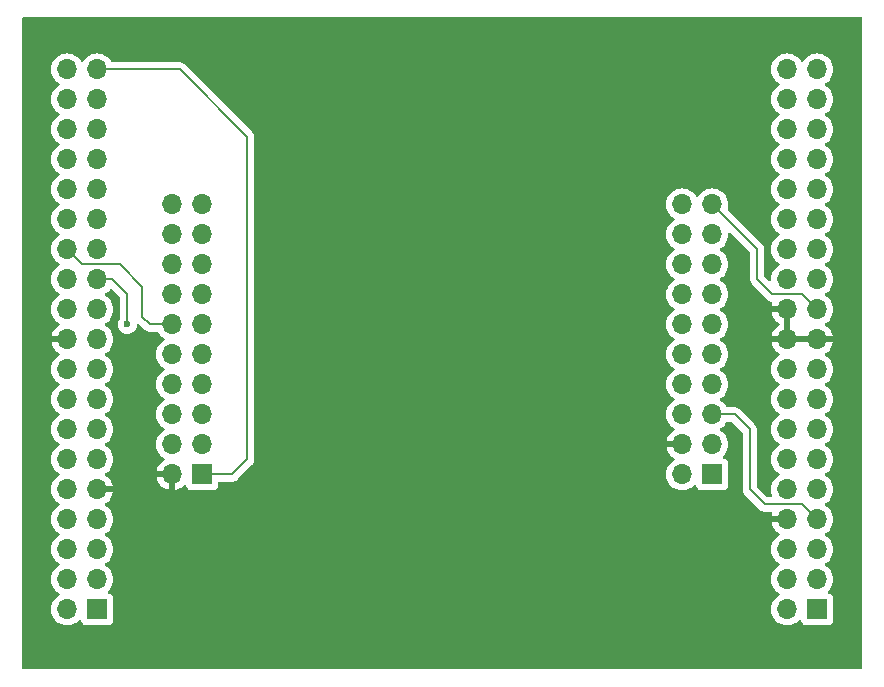
<source format=gbr>
%TF.GenerationSoftware,KiCad,Pcbnew,8.0.8*%
%TF.CreationDate,2025-10-21T14:25:37-04:00*%
%TF.ProjectId,AdapterBoard_McDap,41646170-7465-4724-926f-6172645f4d63,rev?*%
%TF.SameCoordinates,Original*%
%TF.FileFunction,Copper,L2,Bot*%
%TF.FilePolarity,Positive*%
%FSLAX46Y46*%
G04 Gerber Fmt 4.6, Leading zero omitted, Abs format (unit mm)*
G04 Created by KiCad (PCBNEW 8.0.8) date 2025-10-21 14:25:37*
%MOMM*%
%LPD*%
G01*
G04 APERTURE LIST*
%TA.AperFunction,ComponentPad*%
%ADD10R,1.700000X1.700000*%
%TD*%
%TA.AperFunction,ComponentPad*%
%ADD11O,1.700000X1.700000*%
%TD*%
%TA.AperFunction,ViaPad*%
%ADD12C,0.600000*%
%TD*%
%TA.AperFunction,Conductor*%
%ADD13C,0.500000*%
%TD*%
%TA.AperFunction,Conductor*%
%ADD14C,0.200000*%
%TD*%
G04 APERTURE END LIST*
D10*
%TO.P,CN10,1,Pin_1*%
%TO.N,PC_9*%
X67310000Y-130810000D03*
D11*
%TO.P,CN10,2,Pin_2*%
%TO.N,PC_8*%
X64770000Y-130810000D03*
%TO.P,CN10,3,Pin_3*%
%TO.N,PB_8*%
X67310000Y-128270000D03*
%TO.P,CN10,4,Pin_4*%
%TO.N,PC_6*%
X64770000Y-128270000D03*
%TO.P,CN10,5,Pin_5*%
%TO.N,PB_9*%
X67310000Y-125730000D03*
%TO.P,CN10,6,Pin_6*%
%TO.N,PA_3*%
X64770000Y-125730000D03*
%TO.P,CN10,7,Pin_7*%
%TO.N,AVDD*%
X67310000Y-123190000D03*
%TO.P,CN10,8,Pin_8*%
%TO.N,U5V*%
X64770000Y-123190000D03*
%TO.P,CN10,9,Pin_9*%
%TO.N,GND*%
X67310000Y-120650000D03*
%TO.P,CN10,10,Pin_10*%
%TO.N,PD_6*%
X64770000Y-120650000D03*
%TO.P,CN10,11,Pin_11*%
%TO.N,PA31*%
X67310000Y-118110000D03*
%TO.P,CN10,12,Pin_12*%
%TO.N,PA_12*%
X64770000Y-118110000D03*
%TO.P,CN10,13,Pin_13*%
%TO.N,PA28*%
X67310000Y-115570000D03*
%TO.P,CN10,14,Pin_14*%
%TO.N,PA_11*%
X64770000Y-115570000D03*
%TO.P,CN10,15,Pin_15*%
%TO.N,PA_7*%
X67310000Y-113030000D03*
%TO.P,CN10,16,Pin_16*%
%TO.N,PB12*%
X64770000Y-113030000D03*
%TO.P,CN10,17,Pin_17*%
%TO.N,PB_0*%
X67310000Y-110490000D03*
%TO.P,CN10,18,Pin_18*%
%TO.N,PB15*%
X64770000Y-110490000D03*
%TO.P,CN10,19,Pin_19*%
%TO.N,PC_7*%
X67310000Y-107950000D03*
%TO.P,CN10,20,Pin_20*%
%TO.N,GND*%
X64770000Y-107950000D03*
%TO.P,CN10,21,Pin_21*%
%TO.N,PA_9*%
X67310000Y-105410000D03*
%TO.P,CN10,22,Pin_22*%
%TO.N,PB_2*%
X64770000Y-105410000D03*
%TO.P,CN10,23,Pin_23*%
%TO.N,PA_8*%
X67310000Y-102870000D03*
%TO.P,CN10,24,Pin_24*%
%TO.N,PB16*%
X64770000Y-102870000D03*
%TO.P,CN10,25,Pin_25*%
%TO.N,PB_14*%
X67310000Y-100330000D03*
%TO.P,CN10,26,Pin_26*%
%TO.N,PB8*%
X64770000Y-100330000D03*
%TO.P,CN10,27,Pin_27*%
%TO.N,PB_4*%
X67310000Y-97790000D03*
%TO.P,CN10,28,Pin_28*%
%TO.N,PB_10*%
X64770000Y-97790000D03*
%TO.P,CN10,29,Pin_29*%
%TO.N,PB_5*%
X67310000Y-95250000D03*
%TO.P,CN10,30,Pin_30*%
%TO.N,PB_13*%
X64770000Y-95250000D03*
%TO.P,CN10,31,Pin_31*%
%TO.N,PB_3*%
X67310000Y-92710000D03*
%TO.P,CN10,32,Pin_32*%
%TO.N,AGND*%
X64770000Y-92710000D03*
%TO.P,CN10,33,Pin_33*%
%TO.N,PA_10*%
X67310000Y-90170000D03*
%TO.P,CN10,34,Pin_34*%
%TO.N,PA_2*%
X64770000Y-90170000D03*
%TO.P,CN10,35,Pin_35*%
%TO.N,PC_4*%
X67310000Y-87630000D03*
%TO.P,CN10,36,Pin_36*%
%TO.N,PD_8*%
X64770000Y-87630000D03*
%TO.P,CN10,37,Pin_37*%
%TO.N,PB4*%
X67310000Y-85090000D03*
%TO.P,CN10,38,Pin_38*%
%TO.N,PD_9*%
X64770000Y-85090000D03*
%TD*%
D10*
%TO.P,CN7,1,Pin_1*%
%TO.N,PC_10*%
X128270000Y-130810000D03*
D11*
%TO.P,CN7,2,Pin_2*%
%TO.N,PC_11*%
X125730000Y-130810000D03*
%TO.P,CN7,3,Pin_3*%
%TO.N,PC_12*%
X128270000Y-128270000D03*
%TO.P,CN7,4,Pin_4*%
%TO.N,PD_2*%
X125730000Y-128270000D03*
%TO.P,CN7,5,Pin_5*%
%TO.N,VDD*%
X128270000Y-125730000D03*
%TO.P,CN7,6,Pin_6*%
%TO.N,+5V*%
X125730000Y-125730000D03*
%TO.P,CN7,7,Pin_7*%
%TO.N,PA9*%
X128270000Y-123190000D03*
%TO.P,CN7,8,Pin_8*%
%TO.N,GND*%
X125730000Y-123190000D03*
%TO.P,CN7,9,Pin_9*%
%TO.N,PD_0*%
X128270000Y-120650000D03*
%TO.P,CN7,10,Pin_10*%
%TO.N,PD_1*%
X125730000Y-120650000D03*
%TO.P,CN7,11,Pin_11*%
%TO.N,PD_3*%
X128270000Y-118110000D03*
%TO.P,CN7,12,Pin_12*%
%TO.N,IOREF*%
X125730000Y-118110000D03*
%TO.P,CN7,13,Pin_13*%
%TO.N,PA_13*%
X128270000Y-115570000D03*
%TO.P,CN7,14,Pin_14*%
%TO.N,RESET*%
X125730000Y-115570000D03*
%TO.P,CN7,15,Pin_15*%
%TO.N,PD_4*%
X128270000Y-113030000D03*
%TO.P,CN7,16,Pin_16*%
%TO.N,3V3*%
X125730000Y-113030000D03*
%TO.P,CN7,17,Pin_17*%
%TO.N,PA8*%
X128270000Y-110490000D03*
%TO.P,CN7,18,Pin_18*%
%TO.N,5V*%
X125730000Y-110490000D03*
%TO.P,CN7,19,Pin_19*%
%TO.N,GND*%
X128270000Y-107950000D03*
%TO.P,CN7,20,Pin_20*%
X125730000Y-107950000D03*
%TO.P,CN7,21,Pin_21*%
%TO.N,PB3*%
X128270000Y-105410000D03*
%TO.P,CN7,22,Pin_22*%
%TO.N,GND*%
X125730000Y-105410000D03*
%TO.P,CN7,23,Pin_23*%
%TO.N,PC_13*%
X128270000Y-102870000D03*
%TO.P,CN7,24,Pin_24*%
%TO.N,VIN*%
X125730000Y-102870000D03*
%TO.P,CN7,25,Pin_25*%
%TO.N,PC_14*%
X128270000Y-100330000D03*
%TO.P,CN7,26,Pin_26*%
%TO.N,PD_5*%
X125730000Y-100330000D03*
%TO.P,CN7,27,Pin_27*%
%TO.N,PC_15*%
X128270000Y-97790000D03*
%TO.P,CN7,28,Pin_28*%
%TO.N,PA_0*%
X125730000Y-97790000D03*
%TO.P,CN7,29,Pin_29*%
%TO.N,PF_0*%
X128270000Y-95250000D03*
%TO.P,CN7,30,Pin_30*%
%TO.N,PA26*%
X125730000Y-95250000D03*
%TO.P,CN7,31,Pin_31*%
%TO.N,PF_1*%
X128270000Y-92710000D03*
%TO.P,CN7,32,Pin_32*%
%TO.N,PA_4*%
X125730000Y-92710000D03*
%TO.P,CN7,33,Pin_33*%
%TO.N,VBAT*%
X128270000Y-90170000D03*
%TO.P,CN7,34,Pin_34*%
%TO.N,PB_1*%
X125730000Y-90170000D03*
%TO.P,CN7,35,Pin_35*%
%TO.N,PC_2*%
X128270000Y-87630000D03*
%TO.P,CN7,36,Pin_36*%
%TO.N,PB_11*%
X125730000Y-87630000D03*
%TO.P,CN7,37,Pin_37*%
%TO.N,PA27*%
X128270000Y-85090000D03*
%TO.P,CN7,38,Pin_38*%
%TO.N,PB_12*%
X125730000Y-85090000D03*
%TD*%
D10*
%TO.P,J3_J1,1,1*%
%TO.N,3V3*%
X119380000Y-119380000D03*
D11*
%TO.P,J3_J1,2,2*%
%TO.N,+5V*%
X116840000Y-119380000D03*
%TO.P,J3_J1,3,3*%
%TO.N,PA25*%
X119380000Y-116840000D03*
%TO.P,J3_J1,4,4*%
%TO.N,GND*%
X116840000Y-116840000D03*
%TO.P,J3_J1,5,5*%
%TO.N,PA9*%
X119380000Y-114300000D03*
%TO.P,J3_J1,6,6*%
%TO.N,PB19*%
X116840000Y-114300000D03*
%TO.P,J3_J1,7,7*%
%TO.N,PA8*%
X119380000Y-111760000D03*
%TO.P,J3_J1,8,8*%
%TO.N,PA22*%
X116840000Y-111760000D03*
%TO.P,J3_J1,9,9*%
%TO.N,PA26*%
X119380000Y-109220000D03*
%TO.P,J3_J1,10,10*%
%TO.N,PB18*%
X116840000Y-109220000D03*
%TO.P,J3_J1,11,11*%
%TO.N,PA_0*%
X119380000Y-106680000D03*
%TO.P,J3_J1,12,12*%
%TO.N,PA18*%
X116840000Y-106680000D03*
%TO.P,J3_J1,13,13*%
%TO.N,PB9*%
X119380000Y-104140000D03*
%TO.P,J3_J1,14,14*%
%TO.N,PA24*%
X116840000Y-104140000D03*
%TO.P,J3_J1,15,15*%
%TO.N,PA27*%
X119380000Y-101600000D03*
%TO.P,J3_J1,16,16*%
%TO.N,PA17*%
X116840000Y-101600000D03*
%TO.P,J3_J1,17,17*%
%TO.N,PA_9*%
X119380000Y-99060000D03*
%TO.P,J3_J1,18,18*%
%TO.N,PA16*%
X116840000Y-99060000D03*
%TO.P,J3_J1,19,19*%
%TO.N,PB3*%
X119380000Y-96520000D03*
%TO.P,J3_J1,20,20*%
%TO.N,PA15*%
X116840000Y-96520000D03*
%TD*%
D10*
%TO.P,J2_J4,1,1*%
%TO.N,PB4*%
X76200000Y-119380000D03*
D11*
%TO.P,J2_J4,2,2*%
%TO.N,GND*%
X73660000Y-119380000D03*
%TO.P,J2_J4,3,3*%
%TO.N,PA_8*%
X76200000Y-116840000D03*
%TO.P,J2_J4,4,4*%
%TO.N,PB12*%
X73660000Y-116840000D03*
%TO.P,J2_J4,5,5*%
%TO.N,PA28*%
X76200000Y-114300000D03*
%TO.P,J2_J4,6,6*%
%TO.N,PB17*%
X73660000Y-114300000D03*
%TO.P,J2_J4,7,7*%
%TO.N,PA31*%
X76200000Y-111760000D03*
%TO.P,J2_J4,8,8*%
%TO.N,PB15*%
X73660000Y-111760000D03*
%TO.P,J2_J4,9,9*%
%TO.N,PB20*%
X76200000Y-109220000D03*
%TO.P,J2_J4,10,10*%
%TO.N,unconnected-(J2_J4-Pad10)*%
X73660000Y-109220000D03*
%TO.P,J2_J4,11,11*%
%TO.N,PB13*%
X76200000Y-106680000D03*
%TO.P,J2_J4,12,12*%
%TO.N,PB8*%
X73660000Y-106680000D03*
%TO.P,J2_J4,13,13*%
%TO.N,PA10*%
X76200000Y-104140000D03*
%TO.P,J2_J4,14,14*%
%TO.N,PB7*%
X73660000Y-104140000D03*
%TO.P,J2_J4,15,15*%
%TO.N,PA11*%
X76200000Y-101600000D03*
%TO.P,J2_J4,16,16*%
%TO.N,PB6*%
X73660000Y-101600000D03*
%TO.P,J2_J4,17,17*%
%TO.N,PA12*%
X76200000Y-99060000D03*
%TO.P,J2_J4,18,18*%
%TO.N,PA_2*%
X73660000Y-99060000D03*
%TO.P,J2_J4,19,19*%
%TO.N,PA13*%
X76200000Y-96520000D03*
%TO.P,J2_J4,20,20*%
%TO.N,PB16*%
X73660000Y-96520000D03*
%TD*%
D12*
%TO.N,PA_8*%
X69850000Y-106680000D03*
%TD*%
D13*
%TO.N,GND*%
X116840000Y-116840000D02*
X114300000Y-116840000D01*
X64770000Y-107950000D02*
X62865000Y-107950000D01*
X125730000Y-123190000D02*
X123825000Y-123190000D01*
X67310000Y-120650000D02*
X69215000Y-120650000D01*
D14*
%TO.N,PA_8*%
X68580000Y-102870000D02*
X67310000Y-102870000D01*
X69850000Y-104140000D02*
X68580000Y-102870000D01*
X69850000Y-106680000D02*
X69850000Y-104140000D01*
%TO.N,PB8*%
X73660000Y-106680000D02*
X71755000Y-106680000D01*
X66040000Y-101600000D02*
X64770000Y-100330000D01*
X71755000Y-106680000D02*
X71120000Y-106045000D01*
X69215000Y-101600000D02*
X66040000Y-101600000D01*
X71120000Y-106045000D02*
X71120000Y-103505000D01*
X71120000Y-103505000D02*
X69215000Y-101600000D01*
%TO.N,PB4*%
X76200000Y-119380000D02*
X78740000Y-119380000D01*
X80010000Y-118110000D02*
X80010000Y-90805000D01*
X80010000Y-90805000D02*
X74295000Y-85090000D01*
X74295000Y-85090000D02*
X67310000Y-85090000D01*
X78740000Y-119380000D02*
X80010000Y-118110000D01*
%TO.N,PB3*%
X123190000Y-102870000D02*
X124460000Y-104140000D01*
X124460000Y-104140000D02*
X127000000Y-104140000D01*
X119380000Y-96520000D02*
X123190000Y-100330000D01*
X123190000Y-100330000D02*
X123190000Y-102870000D01*
X127000000Y-104140000D02*
X128270000Y-105410000D01*
%TO.N,PA9*%
X123825000Y-121920000D02*
X122555000Y-120650000D01*
X122555000Y-120650000D02*
X122555000Y-115570000D01*
X122555000Y-115570000D02*
X121285000Y-114300000D01*
X128270000Y-123190000D02*
X127000000Y-121920000D01*
X127000000Y-121920000D02*
X123825000Y-121920000D01*
X121285000Y-114300000D02*
X119380000Y-114300000D01*
%TD*%
%TA.AperFunction,Conductor*%
%TO.N,GND*%
G36*
X120929473Y-98920911D02*
G01*
X120944431Y-98933666D01*
X122553181Y-100542416D01*
X122586666Y-100603739D01*
X122589500Y-100630097D01*
X122589500Y-102783330D01*
X122589499Y-102783348D01*
X122589499Y-102949054D01*
X122589498Y-102949054D01*
X122630423Y-103101785D01*
X122630424Y-103101788D01*
X122632515Y-103105409D01*
X122632518Y-103105414D01*
X122709477Y-103238712D01*
X122709481Y-103238717D01*
X122828349Y-103357585D01*
X122828355Y-103357590D01*
X123975139Y-104504374D01*
X123975149Y-104504385D01*
X123979479Y-104508715D01*
X123979480Y-104508716D01*
X124091284Y-104620520D01*
X124178095Y-104670639D01*
X124178097Y-104670641D01*
X124228213Y-104699576D01*
X124228215Y-104699577D01*
X124380942Y-104740500D01*
X124380943Y-104740500D01*
X124388792Y-104742603D01*
X124388024Y-104745468D01*
X124438929Y-104767986D01*
X124477401Y-104826310D01*
X124478234Y-104896175D01*
X124471232Y-104915065D01*
X124456568Y-104946511D01*
X124456567Y-104946513D01*
X124399364Y-105159999D01*
X124399364Y-105160000D01*
X125296988Y-105160000D01*
X125264075Y-105217007D01*
X125230000Y-105344174D01*
X125230000Y-105475826D01*
X125264075Y-105602993D01*
X125296988Y-105660000D01*
X124399364Y-105660000D01*
X124456567Y-105873486D01*
X124456570Y-105873492D01*
X124556399Y-106087578D01*
X124691894Y-106281082D01*
X124858917Y-106448105D01*
X125045031Y-106578425D01*
X125088656Y-106633003D01*
X125095848Y-106702501D01*
X125064326Y-106764856D01*
X125045031Y-106781575D01*
X124858922Y-106911890D01*
X124858920Y-106911891D01*
X124691891Y-107078920D01*
X124691886Y-107078926D01*
X124556400Y-107272420D01*
X124556399Y-107272422D01*
X124456570Y-107486507D01*
X124456567Y-107486513D01*
X124399364Y-107699999D01*
X124399364Y-107700000D01*
X125296988Y-107700000D01*
X125264075Y-107757007D01*
X125230000Y-107884174D01*
X125230000Y-108015826D01*
X125264075Y-108142993D01*
X125296988Y-108200000D01*
X124399364Y-108200000D01*
X124456567Y-108413486D01*
X124456570Y-108413492D01*
X124556399Y-108627578D01*
X124691894Y-108821082D01*
X124858917Y-108988105D01*
X125044595Y-109118119D01*
X125088219Y-109172696D01*
X125095412Y-109242195D01*
X125063890Y-109304549D01*
X125044595Y-109321269D01*
X124858594Y-109451508D01*
X124691505Y-109618597D01*
X124555965Y-109812169D01*
X124555964Y-109812171D01*
X124456098Y-110026335D01*
X124456094Y-110026344D01*
X124394938Y-110254586D01*
X124394936Y-110254596D01*
X124374341Y-110489999D01*
X124374341Y-110490000D01*
X124394936Y-110725403D01*
X124394938Y-110725413D01*
X124456094Y-110953655D01*
X124456096Y-110953659D01*
X124456097Y-110953663D01*
X124521283Y-111093454D01*
X124555965Y-111167830D01*
X124555967Y-111167834D01*
X124664281Y-111322521D01*
X124691501Y-111361396D01*
X124691506Y-111361402D01*
X124858597Y-111528493D01*
X124858603Y-111528498D01*
X125044158Y-111658425D01*
X125087783Y-111713002D01*
X125094977Y-111782500D01*
X125063454Y-111844855D01*
X125044158Y-111861575D01*
X124858597Y-111991505D01*
X124691505Y-112158597D01*
X124555965Y-112352169D01*
X124555964Y-112352171D01*
X124456098Y-112566335D01*
X124456094Y-112566344D01*
X124394938Y-112794586D01*
X124394936Y-112794596D01*
X124374341Y-113029999D01*
X124374341Y-113030000D01*
X124394936Y-113265403D01*
X124394938Y-113265413D01*
X124456094Y-113493655D01*
X124456096Y-113493659D01*
X124456097Y-113493663D01*
X124518697Y-113627909D01*
X124555965Y-113707830D01*
X124555967Y-113707834D01*
X124664281Y-113862521D01*
X124691501Y-113901396D01*
X124691506Y-113901402D01*
X124858597Y-114068493D01*
X124858603Y-114068498D01*
X125044158Y-114198425D01*
X125087783Y-114253002D01*
X125094977Y-114322500D01*
X125063454Y-114384855D01*
X125044158Y-114401575D01*
X124858597Y-114531505D01*
X124691505Y-114698597D01*
X124555965Y-114892169D01*
X124555964Y-114892171D01*
X124456098Y-115106335D01*
X124456094Y-115106344D01*
X124394938Y-115334586D01*
X124394936Y-115334596D01*
X124374341Y-115569999D01*
X124374341Y-115570000D01*
X124394936Y-115805403D01*
X124394938Y-115805413D01*
X124456094Y-116033655D01*
X124456096Y-116033659D01*
X124456097Y-116033663D01*
X124521283Y-116173454D01*
X124555965Y-116247830D01*
X124555967Y-116247834D01*
X124646066Y-116376507D01*
X124691501Y-116441396D01*
X124691506Y-116441402D01*
X124858597Y-116608493D01*
X124858603Y-116608498D01*
X125044158Y-116738425D01*
X125087783Y-116793002D01*
X125094977Y-116862500D01*
X125063454Y-116924855D01*
X125044158Y-116941575D01*
X124858597Y-117071505D01*
X124691505Y-117238597D01*
X124555965Y-117432169D01*
X124555964Y-117432171D01*
X124456098Y-117646335D01*
X124456094Y-117646344D01*
X124394938Y-117874586D01*
X124394936Y-117874596D01*
X124374341Y-118109999D01*
X124374341Y-118110000D01*
X124394936Y-118345403D01*
X124394938Y-118345413D01*
X124456094Y-118573655D01*
X124456096Y-118573659D01*
X124456097Y-118573663D01*
X124531486Y-118735335D01*
X124555965Y-118787830D01*
X124555967Y-118787834D01*
X124646066Y-118916507D01*
X124691501Y-118981396D01*
X124691506Y-118981402D01*
X124858597Y-119148493D01*
X124858603Y-119148498D01*
X125044158Y-119278425D01*
X125087783Y-119333002D01*
X125094977Y-119402500D01*
X125063454Y-119464855D01*
X125044158Y-119481575D01*
X124858597Y-119611505D01*
X124691505Y-119778597D01*
X124555965Y-119972169D01*
X124555964Y-119972171D01*
X124456098Y-120186335D01*
X124456094Y-120186344D01*
X124394938Y-120414586D01*
X124394936Y-120414596D01*
X124374341Y-120649999D01*
X124374341Y-120650000D01*
X124394936Y-120885403D01*
X124394938Y-120885413D01*
X124456094Y-121113655D01*
X124456095Y-121113658D01*
X124456097Y-121113663D01*
X124469822Y-121143097D01*
X124480314Y-121212171D01*
X124451795Y-121275956D01*
X124393319Y-121314196D01*
X124357440Y-121319500D01*
X124125097Y-121319500D01*
X124058058Y-121299815D01*
X124037416Y-121283181D01*
X123191819Y-120437584D01*
X123158334Y-120376261D01*
X123155500Y-120349903D01*
X123155500Y-115490945D01*
X123155500Y-115490943D01*
X123150280Y-115471459D01*
X123114577Y-115338215D01*
X123079907Y-115278165D01*
X123035520Y-115201284D01*
X122923716Y-115089480D01*
X122923715Y-115089479D01*
X122919385Y-115085149D01*
X122919374Y-115085139D01*
X121772590Y-113938355D01*
X121772588Y-113938352D01*
X121653717Y-113819481D01*
X121653716Y-113819480D01*
X121566904Y-113769360D01*
X121566904Y-113769359D01*
X121566900Y-113769358D01*
X121516785Y-113740423D01*
X121364057Y-113699499D01*
X121205943Y-113699499D01*
X121198347Y-113699499D01*
X121198331Y-113699500D01*
X120669091Y-113699500D01*
X120602052Y-113679815D01*
X120556711Y-113627909D01*
X120554037Y-113622175D01*
X120554034Y-113622170D01*
X120554033Y-113622169D01*
X120418495Y-113428599D01*
X120418494Y-113428597D01*
X120251402Y-113261506D01*
X120251396Y-113261501D01*
X120065842Y-113131575D01*
X120022217Y-113076998D01*
X120015023Y-113007500D01*
X120046546Y-112945145D01*
X120065842Y-112928425D01*
X120088026Y-112912891D01*
X120251401Y-112798495D01*
X120418495Y-112631401D01*
X120554035Y-112437830D01*
X120653903Y-112223663D01*
X120715063Y-111995408D01*
X120735659Y-111760000D01*
X120733690Y-111737500D01*
X120726772Y-111658425D01*
X120715063Y-111524592D01*
X120653903Y-111296337D01*
X120554035Y-111082171D01*
X120548425Y-111074158D01*
X120418494Y-110888597D01*
X120251402Y-110721506D01*
X120251396Y-110721501D01*
X120065842Y-110591575D01*
X120022217Y-110536998D01*
X120015023Y-110467500D01*
X120046546Y-110405145D01*
X120065842Y-110388425D01*
X120088026Y-110372891D01*
X120251401Y-110258495D01*
X120418495Y-110091401D01*
X120554035Y-109897830D01*
X120653903Y-109683663D01*
X120715063Y-109455408D01*
X120735659Y-109220000D01*
X120733690Y-109197500D01*
X120726745Y-109118119D01*
X120715063Y-108984592D01*
X120653903Y-108756337D01*
X120554035Y-108542171D01*
X120548425Y-108534158D01*
X120418494Y-108348597D01*
X120251402Y-108181506D01*
X120251396Y-108181501D01*
X120065842Y-108051575D01*
X120022217Y-107996998D01*
X120015023Y-107927500D01*
X120046546Y-107865145D01*
X120065842Y-107848425D01*
X120100724Y-107824000D01*
X120251401Y-107718495D01*
X120418495Y-107551401D01*
X120554035Y-107357830D01*
X120653903Y-107143663D01*
X120715063Y-106915408D01*
X120735659Y-106680000D01*
X120733690Y-106657500D01*
X120726772Y-106578425D01*
X120715063Y-106444592D01*
X120653903Y-106216337D01*
X120554035Y-106002171D01*
X120554034Y-106002169D01*
X120418494Y-105808597D01*
X120251402Y-105641506D01*
X120251396Y-105641501D01*
X120065842Y-105511575D01*
X120022217Y-105456998D01*
X120015023Y-105387500D01*
X120046546Y-105325145D01*
X120065842Y-105308425D01*
X120100724Y-105284000D01*
X120251401Y-105178495D01*
X120418495Y-105011401D01*
X120554035Y-104817830D01*
X120653903Y-104603663D01*
X120715063Y-104375408D01*
X120735659Y-104140000D01*
X120733690Y-104117500D01*
X120727263Y-104044035D01*
X120715063Y-103904592D01*
X120653903Y-103676337D01*
X120554035Y-103462171D01*
X120548425Y-103454158D01*
X120418494Y-103268597D01*
X120251402Y-103101506D01*
X120251396Y-103101501D01*
X120065842Y-102971575D01*
X120022217Y-102916998D01*
X120015023Y-102847500D01*
X120046546Y-102785145D01*
X120065842Y-102768425D01*
X120224139Y-102657584D01*
X120251401Y-102638495D01*
X120418495Y-102471401D01*
X120554035Y-102277830D01*
X120653903Y-102063663D01*
X120715063Y-101835408D01*
X120735659Y-101600000D01*
X120733690Y-101577500D01*
X120726772Y-101498425D01*
X120715063Y-101364592D01*
X120653903Y-101136337D01*
X120554035Y-100922171D01*
X120548425Y-100914158D01*
X120418494Y-100728597D01*
X120251402Y-100561506D01*
X120251396Y-100561501D01*
X120065842Y-100431575D01*
X120022217Y-100376998D01*
X120015023Y-100307500D01*
X120046546Y-100245145D01*
X120065842Y-100228425D01*
X120088026Y-100212891D01*
X120251401Y-100098495D01*
X120418495Y-99931401D01*
X120554035Y-99737830D01*
X120653903Y-99523663D01*
X120715063Y-99295408D01*
X120735659Y-99060000D01*
X120733222Y-99032154D01*
X120746987Y-98963657D01*
X120795601Y-98913473D01*
X120863629Y-98897538D01*
X120929473Y-98920911D01*
G37*
%TD.AperFunction*%
%TA.AperFunction,Conductor*%
G36*
X127804075Y-107757007D02*
G01*
X127770000Y-107884174D01*
X127770000Y-108015826D01*
X127804075Y-108142993D01*
X127836988Y-108200000D01*
X126163012Y-108200000D01*
X126195925Y-108142993D01*
X126230000Y-108015826D01*
X126230000Y-107884174D01*
X126195925Y-107757007D01*
X126163012Y-107700000D01*
X127836988Y-107700000D01*
X127804075Y-107757007D01*
G37*
%TD.AperFunction*%
%TA.AperFunction,Conductor*%
G36*
X125980000Y-107516988D02*
G01*
X125922993Y-107484075D01*
X125795826Y-107450000D01*
X125664174Y-107450000D01*
X125537007Y-107484075D01*
X125480000Y-107516988D01*
X125480000Y-105843012D01*
X125537007Y-105875925D01*
X125664174Y-105910000D01*
X125795826Y-105910000D01*
X125922993Y-105875925D01*
X125980000Y-105843012D01*
X125980000Y-107516988D01*
G37*
%TD.AperFunction*%
%TA.AperFunction,Conductor*%
G36*
X132023039Y-80664685D02*
G01*
X132068794Y-80717489D01*
X132080000Y-80769000D01*
X132080000Y-135766000D01*
X132060315Y-135833039D01*
X132007511Y-135878794D01*
X131956000Y-135890000D01*
X61084000Y-135890000D01*
X61016961Y-135870315D01*
X60971206Y-135817511D01*
X60960000Y-135766000D01*
X60960000Y-85089999D01*
X63414341Y-85089999D01*
X63414341Y-85090000D01*
X63434936Y-85325403D01*
X63434938Y-85325413D01*
X63496094Y-85553655D01*
X63496096Y-85553659D01*
X63496097Y-85553663D01*
X63568839Y-85709658D01*
X63595965Y-85767830D01*
X63595967Y-85767834D01*
X63704281Y-85922521D01*
X63731501Y-85961396D01*
X63731506Y-85961402D01*
X63898597Y-86128493D01*
X63898603Y-86128498D01*
X64084158Y-86258425D01*
X64127783Y-86313002D01*
X64134977Y-86382500D01*
X64103454Y-86444855D01*
X64084158Y-86461575D01*
X63898597Y-86591505D01*
X63731505Y-86758597D01*
X63595965Y-86952169D01*
X63595964Y-86952171D01*
X63496098Y-87166335D01*
X63496094Y-87166344D01*
X63434938Y-87394586D01*
X63434936Y-87394596D01*
X63414341Y-87629999D01*
X63414341Y-87630000D01*
X63434936Y-87865403D01*
X63434938Y-87865413D01*
X63496094Y-88093655D01*
X63496096Y-88093659D01*
X63496097Y-88093663D01*
X63500000Y-88102032D01*
X63595965Y-88307830D01*
X63595967Y-88307834D01*
X63704281Y-88462521D01*
X63731501Y-88501396D01*
X63731506Y-88501402D01*
X63898597Y-88668493D01*
X63898603Y-88668498D01*
X64084158Y-88798425D01*
X64127783Y-88853002D01*
X64134977Y-88922500D01*
X64103454Y-88984855D01*
X64084158Y-89001575D01*
X63898597Y-89131505D01*
X63731505Y-89298597D01*
X63595965Y-89492169D01*
X63595964Y-89492171D01*
X63496098Y-89706335D01*
X63496094Y-89706344D01*
X63434938Y-89934586D01*
X63434936Y-89934596D01*
X63414341Y-90169999D01*
X63414341Y-90170000D01*
X63434936Y-90405403D01*
X63434938Y-90405413D01*
X63496094Y-90633655D01*
X63496096Y-90633659D01*
X63496097Y-90633663D01*
X63576004Y-90805023D01*
X63595965Y-90847830D01*
X63595967Y-90847834D01*
X63704281Y-91002521D01*
X63731501Y-91041396D01*
X63731506Y-91041402D01*
X63898597Y-91208493D01*
X63898603Y-91208498D01*
X64084158Y-91338425D01*
X64127783Y-91393002D01*
X64134977Y-91462500D01*
X64103454Y-91524855D01*
X64084158Y-91541575D01*
X63898597Y-91671505D01*
X63731505Y-91838597D01*
X63595965Y-92032169D01*
X63595964Y-92032171D01*
X63496098Y-92246335D01*
X63496094Y-92246344D01*
X63434938Y-92474586D01*
X63434936Y-92474596D01*
X63414341Y-92709999D01*
X63414341Y-92710000D01*
X63434936Y-92945403D01*
X63434938Y-92945413D01*
X63496094Y-93173655D01*
X63496096Y-93173659D01*
X63496097Y-93173663D01*
X63500000Y-93182032D01*
X63595965Y-93387830D01*
X63595967Y-93387834D01*
X63704281Y-93542521D01*
X63731501Y-93581396D01*
X63731506Y-93581402D01*
X63898597Y-93748493D01*
X63898603Y-93748498D01*
X64084158Y-93878425D01*
X64127783Y-93933002D01*
X64134977Y-94002500D01*
X64103454Y-94064855D01*
X64084158Y-94081575D01*
X63898597Y-94211505D01*
X63731505Y-94378597D01*
X63595965Y-94572169D01*
X63595964Y-94572171D01*
X63496098Y-94786335D01*
X63496094Y-94786344D01*
X63434938Y-95014586D01*
X63434936Y-95014596D01*
X63414341Y-95249999D01*
X63414341Y-95250000D01*
X63434936Y-95485403D01*
X63434938Y-95485413D01*
X63496094Y-95713655D01*
X63496096Y-95713659D01*
X63496097Y-95713663D01*
X63561283Y-95853454D01*
X63595965Y-95927830D01*
X63595967Y-95927834D01*
X63704281Y-96082521D01*
X63731501Y-96121396D01*
X63731506Y-96121402D01*
X63898597Y-96288493D01*
X63898603Y-96288498D01*
X64084158Y-96418425D01*
X64127783Y-96473002D01*
X64134977Y-96542500D01*
X64103454Y-96604855D01*
X64084158Y-96621575D01*
X63898597Y-96751505D01*
X63731505Y-96918597D01*
X63595965Y-97112169D01*
X63595964Y-97112171D01*
X63496098Y-97326335D01*
X63496094Y-97326344D01*
X63434938Y-97554586D01*
X63434936Y-97554596D01*
X63414341Y-97789999D01*
X63414341Y-97790000D01*
X63434936Y-98025403D01*
X63434938Y-98025413D01*
X63496094Y-98253655D01*
X63496096Y-98253659D01*
X63496097Y-98253663D01*
X63561283Y-98393454D01*
X63595965Y-98467830D01*
X63595967Y-98467834D01*
X63704281Y-98622521D01*
X63731501Y-98661396D01*
X63731506Y-98661402D01*
X63898597Y-98828493D01*
X63898603Y-98828498D01*
X64084158Y-98958425D01*
X64127783Y-99013002D01*
X64134977Y-99082500D01*
X64103454Y-99144855D01*
X64084158Y-99161575D01*
X63898597Y-99291505D01*
X63731505Y-99458597D01*
X63595965Y-99652169D01*
X63595964Y-99652171D01*
X63496098Y-99866335D01*
X63496094Y-99866344D01*
X63434938Y-100094586D01*
X63434936Y-100094596D01*
X63414341Y-100329999D01*
X63414341Y-100330000D01*
X63434936Y-100565403D01*
X63434938Y-100565413D01*
X63496094Y-100793655D01*
X63496096Y-100793659D01*
X63496097Y-100793663D01*
X63561283Y-100933454D01*
X63595965Y-101007830D01*
X63595967Y-101007834D01*
X63704281Y-101162521D01*
X63731501Y-101201396D01*
X63731506Y-101201402D01*
X63898597Y-101368493D01*
X63898603Y-101368498D01*
X64084158Y-101498425D01*
X64127783Y-101553002D01*
X64134977Y-101622500D01*
X64103454Y-101684855D01*
X64084158Y-101701575D01*
X63898597Y-101831505D01*
X63731505Y-101998597D01*
X63595965Y-102192169D01*
X63595964Y-102192171D01*
X63496098Y-102406335D01*
X63496094Y-102406344D01*
X63434938Y-102634586D01*
X63434936Y-102634596D01*
X63414341Y-102869999D01*
X63414341Y-102870000D01*
X63434936Y-103105403D01*
X63434938Y-103105413D01*
X63496094Y-103333655D01*
X63496096Y-103333659D01*
X63496097Y-103333663D01*
X63561283Y-103473454D01*
X63595965Y-103547830D01*
X63595967Y-103547834D01*
X63698283Y-103693955D01*
X63731501Y-103741396D01*
X63731506Y-103741402D01*
X63898597Y-103908493D01*
X63898603Y-103908498D01*
X64084158Y-104038425D01*
X64127783Y-104093002D01*
X64134977Y-104162500D01*
X64103454Y-104224855D01*
X64084158Y-104241575D01*
X63898597Y-104371505D01*
X63731505Y-104538597D01*
X63595965Y-104732169D01*
X63595964Y-104732171D01*
X63496098Y-104946335D01*
X63496094Y-104946344D01*
X63434938Y-105174586D01*
X63434936Y-105174596D01*
X63414341Y-105409999D01*
X63414341Y-105410000D01*
X63434936Y-105645403D01*
X63434938Y-105645413D01*
X63496094Y-105873655D01*
X63496096Y-105873659D01*
X63496097Y-105873663D01*
X63558697Y-106007909D01*
X63595965Y-106087830D01*
X63595967Y-106087834D01*
X63704281Y-106242521D01*
X63731504Y-106281400D01*
X63731506Y-106281402D01*
X63898597Y-106448493D01*
X63898603Y-106448498D01*
X64084594Y-106578730D01*
X64128219Y-106633307D01*
X64135413Y-106702805D01*
X64103890Y-106765160D01*
X64084595Y-106781880D01*
X63898922Y-106911890D01*
X63898920Y-106911891D01*
X63731891Y-107078920D01*
X63731886Y-107078926D01*
X63596400Y-107272420D01*
X63596399Y-107272422D01*
X63496570Y-107486507D01*
X63496567Y-107486513D01*
X63439364Y-107699999D01*
X63439364Y-107700000D01*
X64336988Y-107700000D01*
X64304075Y-107757007D01*
X64270000Y-107884174D01*
X64270000Y-108015826D01*
X64304075Y-108142993D01*
X64336988Y-108200000D01*
X63439364Y-108200000D01*
X63496567Y-108413486D01*
X63496570Y-108413492D01*
X63596399Y-108627578D01*
X63731894Y-108821082D01*
X63898917Y-108988105D01*
X64084595Y-109118119D01*
X64128219Y-109172696D01*
X64135412Y-109242195D01*
X64103890Y-109304549D01*
X64084595Y-109321269D01*
X63898594Y-109451508D01*
X63731505Y-109618597D01*
X63595965Y-109812169D01*
X63595964Y-109812171D01*
X63496098Y-110026335D01*
X63496094Y-110026344D01*
X63434938Y-110254586D01*
X63434936Y-110254596D01*
X63414341Y-110489999D01*
X63414341Y-110490000D01*
X63434936Y-110725403D01*
X63434938Y-110725413D01*
X63496094Y-110953655D01*
X63496096Y-110953659D01*
X63496097Y-110953663D01*
X63561283Y-111093454D01*
X63595965Y-111167830D01*
X63595967Y-111167834D01*
X63704281Y-111322521D01*
X63731501Y-111361396D01*
X63731506Y-111361402D01*
X63898597Y-111528493D01*
X63898603Y-111528498D01*
X64084158Y-111658425D01*
X64127783Y-111713002D01*
X64134977Y-111782500D01*
X64103454Y-111844855D01*
X64084158Y-111861575D01*
X63898597Y-111991505D01*
X63731505Y-112158597D01*
X63595965Y-112352169D01*
X63595964Y-112352171D01*
X63496098Y-112566335D01*
X63496094Y-112566344D01*
X63434938Y-112794586D01*
X63434936Y-112794596D01*
X63414341Y-113029999D01*
X63414341Y-113030000D01*
X63434936Y-113265403D01*
X63434938Y-113265413D01*
X63496094Y-113493655D01*
X63496096Y-113493659D01*
X63496097Y-113493663D01*
X63558697Y-113627909D01*
X63595965Y-113707830D01*
X63595967Y-113707834D01*
X63704281Y-113862521D01*
X63731501Y-113901396D01*
X63731506Y-113901402D01*
X63898597Y-114068493D01*
X63898603Y-114068498D01*
X64084158Y-114198425D01*
X64127783Y-114253002D01*
X64134977Y-114322500D01*
X64103454Y-114384855D01*
X64084158Y-114401575D01*
X63898597Y-114531505D01*
X63731505Y-114698597D01*
X63595965Y-114892169D01*
X63595964Y-114892171D01*
X63496098Y-115106335D01*
X63496094Y-115106344D01*
X63434938Y-115334586D01*
X63434936Y-115334596D01*
X63414341Y-115569999D01*
X63414341Y-115570000D01*
X63434936Y-115805403D01*
X63434938Y-115805413D01*
X63496094Y-116033655D01*
X63496096Y-116033659D01*
X63496097Y-116033663D01*
X63561283Y-116173454D01*
X63595965Y-116247830D01*
X63595967Y-116247834D01*
X63686066Y-116376507D01*
X63731501Y-116441396D01*
X63731506Y-116441402D01*
X63898597Y-116608493D01*
X63898603Y-116608498D01*
X64084158Y-116738425D01*
X64127783Y-116793002D01*
X64134977Y-116862500D01*
X64103454Y-116924855D01*
X64084158Y-116941575D01*
X63898597Y-117071505D01*
X63731505Y-117238597D01*
X63595965Y-117432169D01*
X63595964Y-117432171D01*
X63496098Y-117646335D01*
X63496094Y-117646344D01*
X63434938Y-117874586D01*
X63434936Y-117874596D01*
X63414341Y-118109999D01*
X63414341Y-118110000D01*
X63434936Y-118345403D01*
X63434938Y-118345413D01*
X63496094Y-118573655D01*
X63496096Y-118573659D01*
X63496097Y-118573663D01*
X63571486Y-118735335D01*
X63595965Y-118787830D01*
X63595967Y-118787834D01*
X63686066Y-118916507D01*
X63731501Y-118981396D01*
X63731506Y-118981402D01*
X63898597Y-119148493D01*
X63898603Y-119148498D01*
X64084158Y-119278425D01*
X64127783Y-119333002D01*
X64134977Y-119402500D01*
X64103454Y-119464855D01*
X64084158Y-119481575D01*
X63898597Y-119611505D01*
X63731505Y-119778597D01*
X63595965Y-119972169D01*
X63595964Y-119972171D01*
X63496098Y-120186335D01*
X63496094Y-120186344D01*
X63434938Y-120414586D01*
X63434936Y-120414596D01*
X63414341Y-120649999D01*
X63414341Y-120650000D01*
X63434936Y-120885403D01*
X63434938Y-120885413D01*
X63496094Y-121113655D01*
X63496096Y-121113659D01*
X63496097Y-121113663D01*
X63579155Y-121291781D01*
X63595965Y-121327830D01*
X63595967Y-121327834D01*
X63704281Y-121482521D01*
X63731501Y-121521396D01*
X63731506Y-121521402D01*
X63898597Y-121688493D01*
X63898603Y-121688498D01*
X64084158Y-121818425D01*
X64127783Y-121873002D01*
X64134977Y-121942500D01*
X64103454Y-122004855D01*
X64084158Y-122021575D01*
X63898597Y-122151505D01*
X63731505Y-122318597D01*
X63595965Y-122512169D01*
X63595964Y-122512171D01*
X63496098Y-122726335D01*
X63496094Y-122726344D01*
X63434938Y-122954586D01*
X63434936Y-122954596D01*
X63414341Y-123189999D01*
X63414341Y-123190000D01*
X63434936Y-123425403D01*
X63434938Y-123425413D01*
X63496094Y-123653655D01*
X63496096Y-123653659D01*
X63496097Y-123653663D01*
X63575801Y-123824588D01*
X63595965Y-123867830D01*
X63595967Y-123867834D01*
X63704281Y-124022521D01*
X63731504Y-124061400D01*
X63731506Y-124061402D01*
X63898597Y-124228493D01*
X63898603Y-124228498D01*
X64084158Y-124358425D01*
X64127783Y-124413002D01*
X64134977Y-124482500D01*
X64103454Y-124544855D01*
X64084158Y-124561575D01*
X63898597Y-124691505D01*
X63731505Y-124858597D01*
X63595965Y-125052169D01*
X63595964Y-125052171D01*
X63496098Y-125266335D01*
X63496094Y-125266344D01*
X63434938Y-125494586D01*
X63434936Y-125494596D01*
X63414341Y-125729999D01*
X63414341Y-125730000D01*
X63434936Y-125965403D01*
X63434938Y-125965413D01*
X63496094Y-126193655D01*
X63496096Y-126193659D01*
X63496097Y-126193663D01*
X63500000Y-126202032D01*
X63595965Y-126407830D01*
X63595967Y-126407834D01*
X63704281Y-126562521D01*
X63731501Y-126601396D01*
X63731506Y-126601402D01*
X63898597Y-126768493D01*
X63898603Y-126768498D01*
X64084158Y-126898425D01*
X64127783Y-126953002D01*
X64134977Y-127022500D01*
X64103454Y-127084855D01*
X64084158Y-127101575D01*
X63898597Y-127231505D01*
X63731505Y-127398597D01*
X63595965Y-127592169D01*
X63595964Y-127592171D01*
X63496098Y-127806335D01*
X63496094Y-127806344D01*
X63434938Y-128034586D01*
X63434936Y-128034596D01*
X63414341Y-128269999D01*
X63414341Y-128270000D01*
X63434936Y-128505403D01*
X63434938Y-128505413D01*
X63496094Y-128733655D01*
X63496096Y-128733659D01*
X63496097Y-128733663D01*
X63500000Y-128742032D01*
X63595965Y-128947830D01*
X63595967Y-128947834D01*
X63704281Y-129102521D01*
X63731501Y-129141396D01*
X63731506Y-129141402D01*
X63898597Y-129308493D01*
X63898603Y-129308498D01*
X64084158Y-129438425D01*
X64127783Y-129493002D01*
X64134977Y-129562500D01*
X64103454Y-129624855D01*
X64084158Y-129641575D01*
X63898597Y-129771505D01*
X63731505Y-129938597D01*
X63595965Y-130132169D01*
X63595964Y-130132171D01*
X63496098Y-130346335D01*
X63496094Y-130346344D01*
X63434938Y-130574586D01*
X63434936Y-130574596D01*
X63414341Y-130809999D01*
X63414341Y-130810000D01*
X63434936Y-131045403D01*
X63434938Y-131045413D01*
X63496094Y-131273655D01*
X63496096Y-131273659D01*
X63496097Y-131273663D01*
X63580499Y-131454663D01*
X63595965Y-131487830D01*
X63595967Y-131487834D01*
X63704281Y-131642521D01*
X63731505Y-131681401D01*
X63898599Y-131848495D01*
X63995384Y-131916265D01*
X64092165Y-131984032D01*
X64092167Y-131984033D01*
X64092170Y-131984035D01*
X64306337Y-132083903D01*
X64534592Y-132145063D01*
X64711034Y-132160500D01*
X64769999Y-132165659D01*
X64770000Y-132165659D01*
X64770001Y-132165659D01*
X64828966Y-132160500D01*
X65005408Y-132145063D01*
X65233663Y-132083903D01*
X65447830Y-131984035D01*
X65641401Y-131848495D01*
X65763329Y-131726566D01*
X65824648Y-131693084D01*
X65894340Y-131698068D01*
X65950274Y-131739939D01*
X65967189Y-131770917D01*
X66016202Y-131902328D01*
X66016206Y-131902335D01*
X66102452Y-132017544D01*
X66102455Y-132017547D01*
X66217664Y-132103793D01*
X66217671Y-132103797D01*
X66352517Y-132154091D01*
X66352516Y-132154091D01*
X66359444Y-132154835D01*
X66412127Y-132160500D01*
X68207872Y-132160499D01*
X68267483Y-132154091D01*
X68402331Y-132103796D01*
X68517546Y-132017546D01*
X68603796Y-131902331D01*
X68654091Y-131767483D01*
X68660500Y-131707873D01*
X68660499Y-129912128D01*
X68654091Y-129852517D01*
X68652810Y-129849083D01*
X68603797Y-129717671D01*
X68603793Y-129717664D01*
X68517547Y-129602455D01*
X68517544Y-129602452D01*
X68402335Y-129516206D01*
X68402328Y-129516202D01*
X68270917Y-129467189D01*
X68214983Y-129425318D01*
X68190566Y-129359853D01*
X68205418Y-129291580D01*
X68226563Y-129263332D01*
X68348495Y-129141401D01*
X68484035Y-128947830D01*
X68583903Y-128733663D01*
X68645063Y-128505408D01*
X68665659Y-128270000D01*
X68645063Y-128034592D01*
X68583903Y-127806337D01*
X68484035Y-127592171D01*
X68478425Y-127584158D01*
X68348494Y-127398597D01*
X68181402Y-127231506D01*
X68181396Y-127231501D01*
X67995842Y-127101575D01*
X67952217Y-127046998D01*
X67945023Y-126977500D01*
X67976546Y-126915145D01*
X67995842Y-126898425D01*
X68018026Y-126882891D01*
X68181401Y-126768495D01*
X68348495Y-126601401D01*
X68484035Y-126407830D01*
X68583903Y-126193663D01*
X68645063Y-125965408D01*
X68665659Y-125730000D01*
X68645063Y-125494592D01*
X68583903Y-125266337D01*
X68484035Y-125052171D01*
X68478425Y-125044158D01*
X68348494Y-124858597D01*
X68181402Y-124691506D01*
X68181396Y-124691501D01*
X67995842Y-124561575D01*
X67952217Y-124506998D01*
X67945023Y-124437500D01*
X67976546Y-124375145D01*
X67995842Y-124358425D01*
X68018026Y-124342891D01*
X68181401Y-124228495D01*
X68348495Y-124061401D01*
X68484035Y-123867830D01*
X68583903Y-123653663D01*
X68645063Y-123425408D01*
X68665659Y-123190000D01*
X68645063Y-122954592D01*
X68583903Y-122726337D01*
X68484035Y-122512171D01*
X68478425Y-122504158D01*
X68348494Y-122318597D01*
X68181402Y-122151506D01*
X68181401Y-122151505D01*
X67995405Y-122021269D01*
X67951781Y-121966692D01*
X67944588Y-121897193D01*
X67976110Y-121834839D01*
X67995405Y-121818119D01*
X68181082Y-121688105D01*
X68348105Y-121521082D01*
X68483600Y-121327578D01*
X68583429Y-121113492D01*
X68583432Y-121113486D01*
X68640636Y-120900000D01*
X67743012Y-120900000D01*
X67775925Y-120842993D01*
X67810000Y-120715826D01*
X67810000Y-120584174D01*
X67775925Y-120457007D01*
X67743012Y-120400000D01*
X68640636Y-120400000D01*
X68640635Y-120399999D01*
X68583432Y-120186513D01*
X68583429Y-120186507D01*
X68483600Y-119972422D01*
X68483599Y-119972420D01*
X68348113Y-119778926D01*
X68348108Y-119778920D01*
X68181078Y-119611890D01*
X67995405Y-119481879D01*
X67951780Y-119427302D01*
X67944588Y-119357804D01*
X67976110Y-119295449D01*
X67995406Y-119278730D01*
X68030724Y-119254000D01*
X68181401Y-119148495D01*
X68348495Y-118981401D01*
X68484035Y-118787830D01*
X68583903Y-118573663D01*
X68645063Y-118345408D01*
X68665659Y-118110000D01*
X68645063Y-117874592D01*
X68583903Y-117646337D01*
X68484035Y-117432171D01*
X68478425Y-117424158D01*
X68348494Y-117238597D01*
X68181402Y-117071506D01*
X68181396Y-117071501D01*
X67995842Y-116941575D01*
X67952217Y-116886998D01*
X67945023Y-116817500D01*
X67976546Y-116755145D01*
X67995842Y-116738425D01*
X68030724Y-116714000D01*
X68181401Y-116608495D01*
X68348495Y-116441401D01*
X68484035Y-116247830D01*
X68583903Y-116033663D01*
X68645063Y-115805408D01*
X68665659Y-115570000D01*
X68663690Y-115547500D01*
X68657263Y-115474035D01*
X68645063Y-115334592D01*
X68583903Y-115106337D01*
X68484035Y-114892171D01*
X68478425Y-114884158D01*
X68348494Y-114698597D01*
X68181402Y-114531506D01*
X68181396Y-114531501D01*
X67995842Y-114401575D01*
X67952217Y-114346998D01*
X67945023Y-114277500D01*
X67976546Y-114215145D01*
X67995842Y-114198425D01*
X68018026Y-114182891D01*
X68181401Y-114068495D01*
X68348495Y-113901401D01*
X68484035Y-113707830D01*
X68583903Y-113493663D01*
X68645063Y-113265408D01*
X68665659Y-113030000D01*
X68663690Y-113007500D01*
X68656772Y-112928425D01*
X68645063Y-112794592D01*
X68583903Y-112566337D01*
X68484035Y-112352171D01*
X68478425Y-112344158D01*
X68348494Y-112158597D01*
X68181402Y-111991506D01*
X68181396Y-111991501D01*
X67995842Y-111861575D01*
X67952217Y-111806998D01*
X67945023Y-111737500D01*
X67976546Y-111675145D01*
X67995842Y-111658425D01*
X68018026Y-111642891D01*
X68181401Y-111528495D01*
X68348495Y-111361401D01*
X68484035Y-111167830D01*
X68583903Y-110953663D01*
X68645063Y-110725408D01*
X68665659Y-110490000D01*
X68663690Y-110467500D01*
X68656772Y-110388425D01*
X68645063Y-110254592D01*
X68583903Y-110026337D01*
X68484035Y-109812171D01*
X68478425Y-109804158D01*
X68348494Y-109618597D01*
X68181402Y-109451506D01*
X68181396Y-109451501D01*
X67995842Y-109321575D01*
X67952217Y-109266998D01*
X67945023Y-109197500D01*
X67976546Y-109135145D01*
X67995842Y-109118425D01*
X68018026Y-109102891D01*
X68181401Y-108988495D01*
X68348495Y-108821401D01*
X68484035Y-108627830D01*
X68583903Y-108413663D01*
X68645063Y-108185408D01*
X68665659Y-107950000D01*
X68663690Y-107927500D01*
X68648774Y-107757007D01*
X68645063Y-107714592D01*
X68583903Y-107486337D01*
X68484035Y-107272171D01*
X68478731Y-107264595D01*
X68348494Y-107078597D01*
X68181402Y-106911506D01*
X68181396Y-106911501D01*
X67995842Y-106781575D01*
X67952217Y-106726998D01*
X67945023Y-106657500D01*
X67976546Y-106595145D01*
X67995842Y-106578425D01*
X68018026Y-106562891D01*
X68181401Y-106448495D01*
X68348495Y-106281401D01*
X68484035Y-106087830D01*
X68583903Y-105873663D01*
X68645063Y-105645408D01*
X68665659Y-105410000D01*
X68663690Y-105387500D01*
X68648774Y-105217007D01*
X68645063Y-105174592D01*
X68583903Y-104946337D01*
X68484035Y-104732171D01*
X68478425Y-104724158D01*
X68348494Y-104538597D01*
X68181402Y-104371506D01*
X68181396Y-104371501D01*
X67995842Y-104241575D01*
X67952217Y-104186998D01*
X67945023Y-104117500D01*
X67976546Y-104055145D01*
X67995842Y-104038425D01*
X68018026Y-104022891D01*
X68181401Y-103908495D01*
X68348495Y-103741401D01*
X68368204Y-103713252D01*
X68422779Y-103669628D01*
X68492277Y-103662434D01*
X68554633Y-103693955D01*
X68557460Y-103696695D01*
X69213181Y-104352416D01*
X69246666Y-104413739D01*
X69249500Y-104440097D01*
X69249500Y-106097587D01*
X69229815Y-106164626D01*
X69222450Y-106174896D01*
X69220186Y-106177734D01*
X69124211Y-106330476D01*
X69064631Y-106500745D01*
X69064630Y-106500750D01*
X69044435Y-106679996D01*
X69044435Y-106680003D01*
X69064630Y-106859249D01*
X69064631Y-106859254D01*
X69124211Y-107029523D01*
X69206525Y-107160524D01*
X69220184Y-107182262D01*
X69347738Y-107309816D01*
X69500478Y-107405789D01*
X69626826Y-107450000D01*
X69670745Y-107465368D01*
X69670750Y-107465369D01*
X69849996Y-107485565D01*
X69850000Y-107485565D01*
X69850004Y-107485565D01*
X70029249Y-107465369D01*
X70029252Y-107465368D01*
X70029255Y-107465368D01*
X70199522Y-107405789D01*
X70352262Y-107309816D01*
X70479816Y-107182262D01*
X70575789Y-107029522D01*
X70635368Y-106859255D01*
X70652071Y-106711004D01*
X70679137Y-106646592D01*
X70736731Y-106607037D01*
X70806568Y-106604898D01*
X70862972Y-106637208D01*
X71085013Y-106859249D01*
X71386284Y-107160520D01*
X71386286Y-107160521D01*
X71386290Y-107160524D01*
X71523209Y-107239573D01*
X71523216Y-107239577D01*
X71675943Y-107280501D01*
X71675945Y-107280501D01*
X71841654Y-107280501D01*
X71841670Y-107280500D01*
X72370909Y-107280500D01*
X72437948Y-107300185D01*
X72483292Y-107352097D01*
X72485965Y-107357830D01*
X72621501Y-107551396D01*
X72621506Y-107551402D01*
X72788597Y-107718493D01*
X72788603Y-107718498D01*
X72974158Y-107848425D01*
X73017783Y-107903002D01*
X73024977Y-107972500D01*
X72993454Y-108034855D01*
X72974158Y-108051575D01*
X72788597Y-108181505D01*
X72621505Y-108348597D01*
X72485965Y-108542169D01*
X72485964Y-108542171D01*
X72386098Y-108756335D01*
X72386094Y-108756344D01*
X72324938Y-108984586D01*
X72324936Y-108984596D01*
X72304341Y-109219999D01*
X72304341Y-109220000D01*
X72324936Y-109455403D01*
X72324938Y-109455413D01*
X72386094Y-109683655D01*
X72386096Y-109683659D01*
X72386097Y-109683663D01*
X72451283Y-109823454D01*
X72485965Y-109897830D01*
X72485967Y-109897834D01*
X72594281Y-110052521D01*
X72621501Y-110091396D01*
X72621506Y-110091402D01*
X72788597Y-110258493D01*
X72788603Y-110258498D01*
X72974158Y-110388425D01*
X73017783Y-110443002D01*
X73024977Y-110512500D01*
X72993454Y-110574855D01*
X72974158Y-110591575D01*
X72788597Y-110721505D01*
X72621505Y-110888597D01*
X72485965Y-111082169D01*
X72485964Y-111082171D01*
X72386098Y-111296335D01*
X72386094Y-111296344D01*
X72324938Y-111524586D01*
X72324936Y-111524596D01*
X72304341Y-111759999D01*
X72304341Y-111760000D01*
X72324936Y-111995403D01*
X72324938Y-111995413D01*
X72386094Y-112223655D01*
X72386096Y-112223659D01*
X72386097Y-112223663D01*
X72451283Y-112363454D01*
X72485965Y-112437830D01*
X72485967Y-112437834D01*
X72594281Y-112592521D01*
X72621501Y-112631396D01*
X72621506Y-112631402D01*
X72788597Y-112798493D01*
X72788603Y-112798498D01*
X72974158Y-112928425D01*
X73017783Y-112983002D01*
X73024977Y-113052500D01*
X72993454Y-113114855D01*
X72974158Y-113131575D01*
X72788597Y-113261505D01*
X72621505Y-113428597D01*
X72485965Y-113622169D01*
X72485964Y-113622171D01*
X72386098Y-113836335D01*
X72386094Y-113836344D01*
X72324938Y-114064586D01*
X72324936Y-114064596D01*
X72304341Y-114299999D01*
X72304341Y-114300000D01*
X72324936Y-114535403D01*
X72324938Y-114535413D01*
X72386094Y-114763655D01*
X72386096Y-114763659D01*
X72386097Y-114763663D01*
X72451283Y-114903454D01*
X72485965Y-114977830D01*
X72485967Y-114977834D01*
X72594281Y-115132521D01*
X72621501Y-115171396D01*
X72621506Y-115171402D01*
X72788597Y-115338493D01*
X72788603Y-115338498D01*
X72974158Y-115468425D01*
X73017783Y-115523002D01*
X73024977Y-115592500D01*
X72993454Y-115654855D01*
X72974158Y-115671575D01*
X72788597Y-115801505D01*
X72621505Y-115968597D01*
X72485965Y-116162169D01*
X72485964Y-116162171D01*
X72386098Y-116376335D01*
X72386094Y-116376344D01*
X72324938Y-116604586D01*
X72324936Y-116604596D01*
X72304341Y-116839999D01*
X72304341Y-116840000D01*
X72324936Y-117075403D01*
X72324938Y-117075413D01*
X72386094Y-117303655D01*
X72386096Y-117303659D01*
X72386097Y-117303663D01*
X72451283Y-117443454D01*
X72485965Y-117517830D01*
X72485967Y-117517834D01*
X72594281Y-117672521D01*
X72621505Y-117711401D01*
X72788599Y-117878495D01*
X72955439Y-117995318D01*
X72974594Y-118008730D01*
X73018219Y-118063307D01*
X73025413Y-118132805D01*
X72993890Y-118195160D01*
X72974595Y-118211880D01*
X72788922Y-118341890D01*
X72788920Y-118341891D01*
X72621891Y-118508920D01*
X72621886Y-118508926D01*
X72486400Y-118702420D01*
X72486399Y-118702422D01*
X72386570Y-118916507D01*
X72386567Y-118916513D01*
X72329364Y-119129999D01*
X72329364Y-119130000D01*
X73226988Y-119130000D01*
X73194075Y-119187007D01*
X73160000Y-119314174D01*
X73160000Y-119445826D01*
X73194075Y-119572993D01*
X73226988Y-119630000D01*
X72329364Y-119630000D01*
X72386567Y-119843486D01*
X72386570Y-119843492D01*
X72486399Y-120057578D01*
X72621894Y-120251082D01*
X72788917Y-120418105D01*
X72982421Y-120553600D01*
X73196507Y-120653429D01*
X73196516Y-120653433D01*
X73410000Y-120710634D01*
X73410000Y-119813012D01*
X73467007Y-119845925D01*
X73594174Y-119880000D01*
X73725826Y-119880000D01*
X73852993Y-119845925D01*
X73910000Y-119813012D01*
X73910000Y-120710633D01*
X74123483Y-120653433D01*
X74123492Y-120653429D01*
X74337578Y-120553600D01*
X74531078Y-120418108D01*
X74653133Y-120296053D01*
X74714456Y-120262568D01*
X74784148Y-120267552D01*
X74840082Y-120309423D01*
X74856997Y-120340401D01*
X74906202Y-120472328D01*
X74906206Y-120472335D01*
X74992452Y-120587544D01*
X74992455Y-120587547D01*
X75107664Y-120673793D01*
X75107671Y-120673797D01*
X75242517Y-120724091D01*
X75242516Y-120724091D01*
X75249444Y-120724835D01*
X75302127Y-120730500D01*
X77097872Y-120730499D01*
X77157483Y-120724091D01*
X77292331Y-120673796D01*
X77407546Y-120587546D01*
X77493796Y-120472331D01*
X77544091Y-120337483D01*
X77550500Y-120277873D01*
X77550500Y-120104500D01*
X77570185Y-120037461D01*
X77622989Y-119991706D01*
X77674500Y-119980500D01*
X78653331Y-119980500D01*
X78653347Y-119980501D01*
X78660943Y-119980501D01*
X78819054Y-119980501D01*
X78819057Y-119980501D01*
X78971785Y-119939577D01*
X79021904Y-119910639D01*
X79108716Y-119860520D01*
X79220520Y-119748716D01*
X79220520Y-119748714D01*
X79230728Y-119738507D01*
X79230730Y-119738504D01*
X80368506Y-118600728D01*
X80368511Y-118600724D01*
X80378714Y-118590520D01*
X80378716Y-118590520D01*
X80490520Y-118478716D01*
X80567482Y-118345414D01*
X80567485Y-118345409D01*
X80569575Y-118341788D01*
X80569577Y-118341785D01*
X80610500Y-118189058D01*
X80610500Y-118030943D01*
X80610500Y-96519999D01*
X115484341Y-96519999D01*
X115484341Y-96520000D01*
X115504936Y-96755403D01*
X115504938Y-96755413D01*
X115566094Y-96983655D01*
X115566096Y-96983659D01*
X115566097Y-96983663D01*
X115631283Y-97123454D01*
X115665965Y-97197830D01*
X115665967Y-97197834D01*
X115774281Y-97352521D01*
X115801501Y-97391396D01*
X115801506Y-97391402D01*
X115968597Y-97558493D01*
X115968603Y-97558498D01*
X116154158Y-97688425D01*
X116197783Y-97743002D01*
X116204977Y-97812500D01*
X116173454Y-97874855D01*
X116154158Y-97891575D01*
X115968597Y-98021505D01*
X115801505Y-98188597D01*
X115665965Y-98382169D01*
X115665964Y-98382171D01*
X115566098Y-98596335D01*
X115566094Y-98596344D01*
X115504938Y-98824586D01*
X115504936Y-98824596D01*
X115484341Y-99059999D01*
X115484341Y-99060000D01*
X115504936Y-99295403D01*
X115504938Y-99295413D01*
X115566094Y-99523655D01*
X115566096Y-99523659D01*
X115566097Y-99523663D01*
X115631283Y-99663454D01*
X115665965Y-99737830D01*
X115665967Y-99737834D01*
X115774281Y-99892521D01*
X115801501Y-99931396D01*
X115801506Y-99931402D01*
X115968597Y-100098493D01*
X115968603Y-100098498D01*
X116154158Y-100228425D01*
X116197783Y-100283002D01*
X116204977Y-100352500D01*
X116173454Y-100414855D01*
X116154158Y-100431575D01*
X115968597Y-100561505D01*
X115801505Y-100728597D01*
X115665965Y-100922169D01*
X115665964Y-100922171D01*
X115566098Y-101136335D01*
X115566094Y-101136344D01*
X115504938Y-101364586D01*
X115504936Y-101364596D01*
X115484341Y-101599999D01*
X115484341Y-101600000D01*
X115504936Y-101835403D01*
X115504938Y-101835413D01*
X115566094Y-102063655D01*
X115566096Y-102063659D01*
X115566097Y-102063663D01*
X115631283Y-102203454D01*
X115665965Y-102277830D01*
X115665967Y-102277834D01*
X115774281Y-102432521D01*
X115801501Y-102471396D01*
X115801506Y-102471402D01*
X115968597Y-102638493D01*
X115968603Y-102638498D01*
X116154158Y-102768425D01*
X116197783Y-102823002D01*
X116204977Y-102892500D01*
X116173454Y-102954855D01*
X116154158Y-102971575D01*
X115968597Y-103101505D01*
X115801505Y-103268597D01*
X115665965Y-103462169D01*
X115665964Y-103462171D01*
X115604470Y-103594046D01*
X115569226Y-103669628D01*
X115566098Y-103676335D01*
X115566094Y-103676344D01*
X115504938Y-103904586D01*
X115504936Y-103904596D01*
X115484341Y-104139999D01*
X115484341Y-104140000D01*
X115504936Y-104375403D01*
X115504938Y-104375413D01*
X115566094Y-104603655D01*
X115566096Y-104603659D01*
X115566097Y-104603663D01*
X115630886Y-104742603D01*
X115665965Y-104817830D01*
X115665967Y-104817834D01*
X115756068Y-104946511D01*
X115801501Y-105011396D01*
X115801506Y-105011402D01*
X115968597Y-105178493D01*
X115968603Y-105178498D01*
X116154158Y-105308425D01*
X116197783Y-105363002D01*
X116204977Y-105432500D01*
X116173454Y-105494855D01*
X116154158Y-105511575D01*
X115968597Y-105641505D01*
X115801505Y-105808597D01*
X115665965Y-106002169D01*
X115665964Y-106002171D01*
X115566098Y-106216335D01*
X115566094Y-106216344D01*
X115504938Y-106444586D01*
X115504936Y-106444596D01*
X115484341Y-106679999D01*
X115484341Y-106680000D01*
X115504936Y-106915403D01*
X115504938Y-106915413D01*
X115566094Y-107143655D01*
X115566096Y-107143659D01*
X115566097Y-107143663D01*
X115649358Y-107322217D01*
X115665965Y-107357830D01*
X115665967Y-107357834D01*
X115756066Y-107486507D01*
X115801501Y-107551396D01*
X115801506Y-107551402D01*
X115968597Y-107718493D01*
X115968603Y-107718498D01*
X116154158Y-107848425D01*
X116197783Y-107903002D01*
X116204977Y-107972500D01*
X116173454Y-108034855D01*
X116154158Y-108051575D01*
X115968597Y-108181505D01*
X115801505Y-108348597D01*
X115665965Y-108542169D01*
X115665964Y-108542171D01*
X115566098Y-108756335D01*
X115566094Y-108756344D01*
X115504938Y-108984586D01*
X115504936Y-108984596D01*
X115484341Y-109219999D01*
X115484341Y-109220000D01*
X115504936Y-109455403D01*
X115504938Y-109455413D01*
X115566094Y-109683655D01*
X115566096Y-109683659D01*
X115566097Y-109683663D01*
X115631283Y-109823454D01*
X115665965Y-109897830D01*
X115665967Y-109897834D01*
X115774281Y-110052521D01*
X115801501Y-110091396D01*
X115801506Y-110091402D01*
X115968597Y-110258493D01*
X115968603Y-110258498D01*
X116154158Y-110388425D01*
X116197783Y-110443002D01*
X116204977Y-110512500D01*
X116173454Y-110574855D01*
X116154158Y-110591575D01*
X115968597Y-110721505D01*
X115801505Y-110888597D01*
X115665965Y-111082169D01*
X115665964Y-111082171D01*
X115566098Y-111296335D01*
X115566094Y-111296344D01*
X115504938Y-111524586D01*
X115504936Y-111524596D01*
X115484341Y-111759999D01*
X115484341Y-111760000D01*
X115504936Y-111995403D01*
X115504938Y-111995413D01*
X115566094Y-112223655D01*
X115566096Y-112223659D01*
X115566097Y-112223663D01*
X115631283Y-112363454D01*
X115665965Y-112437830D01*
X115665967Y-112437834D01*
X115774281Y-112592521D01*
X115801501Y-112631396D01*
X115801506Y-112631402D01*
X115968597Y-112798493D01*
X115968603Y-112798498D01*
X116154158Y-112928425D01*
X116197783Y-112983002D01*
X116204977Y-113052500D01*
X116173454Y-113114855D01*
X116154158Y-113131575D01*
X115968597Y-113261505D01*
X115801505Y-113428597D01*
X115665965Y-113622169D01*
X115665964Y-113622171D01*
X115566098Y-113836335D01*
X115566094Y-113836344D01*
X115504938Y-114064586D01*
X115504936Y-114064596D01*
X115484341Y-114299999D01*
X115484341Y-114300000D01*
X115504936Y-114535403D01*
X115504938Y-114535413D01*
X115566094Y-114763655D01*
X115566096Y-114763659D01*
X115566097Y-114763663D01*
X115631283Y-114903454D01*
X115665965Y-114977830D01*
X115665967Y-114977834D01*
X115774281Y-115132521D01*
X115801501Y-115171396D01*
X115801506Y-115171402D01*
X115968597Y-115338493D01*
X115968603Y-115338498D01*
X116154594Y-115468730D01*
X116198219Y-115523307D01*
X116205413Y-115592805D01*
X116173890Y-115655160D01*
X116154595Y-115671880D01*
X115968922Y-115801890D01*
X115968920Y-115801891D01*
X115801891Y-115968920D01*
X115801886Y-115968926D01*
X115666400Y-116162420D01*
X115666399Y-116162422D01*
X115566570Y-116376507D01*
X115566567Y-116376513D01*
X115509364Y-116589999D01*
X115509364Y-116590000D01*
X116406988Y-116590000D01*
X116374075Y-116647007D01*
X116340000Y-116774174D01*
X116340000Y-116905826D01*
X116374075Y-117032993D01*
X116406988Y-117090000D01*
X115509364Y-117090000D01*
X115566567Y-117303486D01*
X115566570Y-117303492D01*
X115666399Y-117517578D01*
X115801894Y-117711082D01*
X115968917Y-117878105D01*
X116154595Y-118008119D01*
X116198219Y-118062696D01*
X116205412Y-118132195D01*
X116173890Y-118194549D01*
X116154595Y-118211269D01*
X115968594Y-118341508D01*
X115801505Y-118508597D01*
X115665965Y-118702169D01*
X115665964Y-118702171D01*
X115566098Y-118916335D01*
X115566094Y-118916344D01*
X115504938Y-119144586D01*
X115504936Y-119144596D01*
X115484341Y-119379999D01*
X115484341Y-119380000D01*
X115504936Y-119615403D01*
X115504938Y-119615413D01*
X115566094Y-119843655D01*
X115566096Y-119843659D01*
X115566097Y-119843663D01*
X115629906Y-119980501D01*
X115665965Y-120057830D01*
X115665967Y-120057834D01*
X115756066Y-120186507D01*
X115801505Y-120251401D01*
X115968599Y-120418495D01*
X116065384Y-120486265D01*
X116162165Y-120554032D01*
X116162167Y-120554033D01*
X116162170Y-120554035D01*
X116376337Y-120653903D01*
X116604592Y-120715063D01*
X116781034Y-120730500D01*
X116839999Y-120735659D01*
X116840000Y-120735659D01*
X116840001Y-120735659D01*
X116898966Y-120730500D01*
X117075408Y-120715063D01*
X117303663Y-120653903D01*
X117517830Y-120554035D01*
X117711401Y-120418495D01*
X117833329Y-120296566D01*
X117894648Y-120263084D01*
X117964340Y-120268068D01*
X118020274Y-120309939D01*
X118037189Y-120340917D01*
X118086202Y-120472328D01*
X118086206Y-120472335D01*
X118172452Y-120587544D01*
X118172455Y-120587547D01*
X118287664Y-120673793D01*
X118287671Y-120673797D01*
X118422517Y-120724091D01*
X118422516Y-120724091D01*
X118429444Y-120724835D01*
X118482127Y-120730500D01*
X120277872Y-120730499D01*
X120337483Y-120724091D01*
X120472331Y-120673796D01*
X120587546Y-120587546D01*
X120673796Y-120472331D01*
X120724091Y-120337483D01*
X120730500Y-120277873D01*
X120730499Y-118482128D01*
X120724091Y-118422517D01*
X120723002Y-118419598D01*
X120673797Y-118287671D01*
X120673793Y-118287664D01*
X120587547Y-118172455D01*
X120587544Y-118172452D01*
X120472335Y-118086206D01*
X120472328Y-118086202D01*
X120340917Y-118037189D01*
X120284983Y-117995318D01*
X120260566Y-117929853D01*
X120275418Y-117861580D01*
X120296563Y-117833332D01*
X120418495Y-117711401D01*
X120554035Y-117517830D01*
X120653903Y-117303663D01*
X120715063Y-117075408D01*
X120735659Y-116840000D01*
X120733690Y-116817500D01*
X120718774Y-116647007D01*
X120715063Y-116604592D01*
X120653903Y-116376337D01*
X120554035Y-116162171D01*
X120548731Y-116154595D01*
X120418494Y-115968597D01*
X120251402Y-115801506D01*
X120251396Y-115801501D01*
X120065842Y-115671575D01*
X120022217Y-115616998D01*
X120015023Y-115547500D01*
X120046546Y-115485145D01*
X120065842Y-115468425D01*
X120088026Y-115452891D01*
X120251401Y-115338495D01*
X120418495Y-115171401D01*
X120554035Y-114977830D01*
X120556707Y-114972097D01*
X120602878Y-114919658D01*
X120669091Y-114900500D01*
X120984903Y-114900500D01*
X121051942Y-114920185D01*
X121072584Y-114936819D01*
X121918181Y-115782416D01*
X121951666Y-115843739D01*
X121954500Y-115870097D01*
X121954500Y-120563330D01*
X121954499Y-120563348D01*
X121954499Y-120729054D01*
X121954498Y-120729054D01*
X121995423Y-120881785D01*
X121995424Y-120881788D01*
X121997515Y-120885409D01*
X121997518Y-120885414D01*
X122074477Y-121018712D01*
X122074481Y-121018717D01*
X122193349Y-121137585D01*
X122193355Y-121137590D01*
X123340139Y-122284374D01*
X123340149Y-122284385D01*
X123344479Y-122288715D01*
X123344480Y-122288716D01*
X123456284Y-122400520D01*
X123543095Y-122450639D01*
X123543097Y-122450641D01*
X123593213Y-122479576D01*
X123593215Y-122479577D01*
X123745942Y-122520500D01*
X123745943Y-122520500D01*
X124357992Y-122520500D01*
X124425031Y-122540185D01*
X124470786Y-122592989D01*
X124480730Y-122662147D01*
X124470374Y-122696905D01*
X124456569Y-122726507D01*
X124456567Y-122726513D01*
X124399364Y-122939999D01*
X124399364Y-122940000D01*
X125296988Y-122940000D01*
X125264075Y-122997007D01*
X125230000Y-123124174D01*
X125230000Y-123255826D01*
X125264075Y-123382993D01*
X125296988Y-123440000D01*
X124399364Y-123440000D01*
X124456567Y-123653486D01*
X124456570Y-123653492D01*
X124556399Y-123867578D01*
X124691894Y-124061082D01*
X124858917Y-124228105D01*
X125044595Y-124358119D01*
X125088219Y-124412696D01*
X125095412Y-124482195D01*
X125063890Y-124544549D01*
X125044595Y-124561269D01*
X124858594Y-124691508D01*
X124691505Y-124858597D01*
X124555965Y-125052169D01*
X124555964Y-125052171D01*
X124456098Y-125266335D01*
X124456094Y-125266344D01*
X124394938Y-125494586D01*
X124394936Y-125494596D01*
X124374341Y-125729999D01*
X124374341Y-125730000D01*
X124394936Y-125965403D01*
X124394938Y-125965413D01*
X124456094Y-126193655D01*
X124456096Y-126193659D01*
X124456097Y-126193663D01*
X124460000Y-126202032D01*
X124555965Y-126407830D01*
X124555967Y-126407834D01*
X124664281Y-126562521D01*
X124691501Y-126601396D01*
X124691506Y-126601402D01*
X124858597Y-126768493D01*
X124858603Y-126768498D01*
X125044158Y-126898425D01*
X125087783Y-126953002D01*
X125094977Y-127022500D01*
X125063454Y-127084855D01*
X125044158Y-127101575D01*
X124858597Y-127231505D01*
X124691505Y-127398597D01*
X124555965Y-127592169D01*
X124555964Y-127592171D01*
X124456098Y-127806335D01*
X124456094Y-127806344D01*
X124394938Y-128034586D01*
X124394936Y-128034596D01*
X124374341Y-128269999D01*
X124374341Y-128270000D01*
X124394936Y-128505403D01*
X124394938Y-128505413D01*
X124456094Y-128733655D01*
X124456096Y-128733659D01*
X124456097Y-128733663D01*
X124460000Y-128742032D01*
X124555965Y-128947830D01*
X124555967Y-128947834D01*
X124664281Y-129102521D01*
X124691501Y-129141396D01*
X124691506Y-129141402D01*
X124858597Y-129308493D01*
X124858603Y-129308498D01*
X125044158Y-129438425D01*
X125087783Y-129493002D01*
X125094977Y-129562500D01*
X125063454Y-129624855D01*
X125044158Y-129641575D01*
X124858597Y-129771505D01*
X124691505Y-129938597D01*
X124555965Y-130132169D01*
X124555964Y-130132171D01*
X124456098Y-130346335D01*
X124456094Y-130346344D01*
X124394938Y-130574586D01*
X124394936Y-130574596D01*
X124374341Y-130809999D01*
X124374341Y-130810000D01*
X124394936Y-131045403D01*
X124394938Y-131045413D01*
X124456094Y-131273655D01*
X124456096Y-131273659D01*
X124456097Y-131273663D01*
X124540499Y-131454663D01*
X124555965Y-131487830D01*
X124555967Y-131487834D01*
X124664281Y-131642521D01*
X124691505Y-131681401D01*
X124858599Y-131848495D01*
X124955384Y-131916265D01*
X125052165Y-131984032D01*
X125052167Y-131984033D01*
X125052170Y-131984035D01*
X125266337Y-132083903D01*
X125494592Y-132145063D01*
X125671034Y-132160500D01*
X125729999Y-132165659D01*
X125730000Y-132165659D01*
X125730001Y-132165659D01*
X125788966Y-132160500D01*
X125965408Y-132145063D01*
X126193663Y-132083903D01*
X126407830Y-131984035D01*
X126601401Y-131848495D01*
X126723329Y-131726566D01*
X126784648Y-131693084D01*
X126854340Y-131698068D01*
X126910274Y-131739939D01*
X126927189Y-131770917D01*
X126976202Y-131902328D01*
X126976206Y-131902335D01*
X127062452Y-132017544D01*
X127062455Y-132017547D01*
X127177664Y-132103793D01*
X127177671Y-132103797D01*
X127312517Y-132154091D01*
X127312516Y-132154091D01*
X127319444Y-132154835D01*
X127372127Y-132160500D01*
X129167872Y-132160499D01*
X129227483Y-132154091D01*
X129362331Y-132103796D01*
X129477546Y-132017546D01*
X129563796Y-131902331D01*
X129614091Y-131767483D01*
X129620500Y-131707873D01*
X129620499Y-129912128D01*
X129614091Y-129852517D01*
X129612810Y-129849083D01*
X129563797Y-129717671D01*
X129563793Y-129717664D01*
X129477547Y-129602455D01*
X129477544Y-129602452D01*
X129362335Y-129516206D01*
X129362328Y-129516202D01*
X129230917Y-129467189D01*
X129174983Y-129425318D01*
X129150566Y-129359853D01*
X129165418Y-129291580D01*
X129186563Y-129263332D01*
X129308495Y-129141401D01*
X129444035Y-128947830D01*
X129543903Y-128733663D01*
X129605063Y-128505408D01*
X129625659Y-128270000D01*
X129605063Y-128034592D01*
X129543903Y-127806337D01*
X129444035Y-127592171D01*
X129438425Y-127584158D01*
X129308494Y-127398597D01*
X129141402Y-127231506D01*
X129141396Y-127231501D01*
X128955842Y-127101575D01*
X128912217Y-127046998D01*
X128905023Y-126977500D01*
X128936546Y-126915145D01*
X128955842Y-126898425D01*
X128978026Y-126882891D01*
X129141401Y-126768495D01*
X129308495Y-126601401D01*
X129444035Y-126407830D01*
X129543903Y-126193663D01*
X129605063Y-125965408D01*
X129625659Y-125730000D01*
X129605063Y-125494592D01*
X129543903Y-125266337D01*
X129444035Y-125052171D01*
X129438425Y-125044158D01*
X129308494Y-124858597D01*
X129141402Y-124691506D01*
X129141396Y-124691501D01*
X128955842Y-124561575D01*
X128912217Y-124506998D01*
X128905023Y-124437500D01*
X128936546Y-124375145D01*
X128955842Y-124358425D01*
X128978026Y-124342891D01*
X129141401Y-124228495D01*
X129308495Y-124061401D01*
X129444035Y-123867830D01*
X129543903Y-123653663D01*
X129605063Y-123425408D01*
X129625659Y-123190000D01*
X129605063Y-122954592D01*
X129543903Y-122726337D01*
X129444035Y-122512171D01*
X129438425Y-122504158D01*
X129308494Y-122318597D01*
X129141402Y-122151506D01*
X129141396Y-122151501D01*
X128955842Y-122021575D01*
X128912217Y-121966998D01*
X128905023Y-121897500D01*
X128936546Y-121835145D01*
X128955842Y-121818425D01*
X128978026Y-121802891D01*
X129141401Y-121688495D01*
X129308495Y-121521401D01*
X129444035Y-121327830D01*
X129543903Y-121113663D01*
X129605063Y-120885408D01*
X129625659Y-120650000D01*
X129605063Y-120414592D01*
X129543903Y-120186337D01*
X129444035Y-119972171D01*
X129438731Y-119964595D01*
X129308494Y-119778597D01*
X129141402Y-119611506D01*
X129141396Y-119611501D01*
X128955842Y-119481575D01*
X128912217Y-119426998D01*
X128905023Y-119357500D01*
X128936546Y-119295145D01*
X128955842Y-119278425D01*
X128990724Y-119254000D01*
X129141401Y-119148495D01*
X129308495Y-118981401D01*
X129444035Y-118787830D01*
X129543903Y-118573663D01*
X129605063Y-118345408D01*
X129625659Y-118110000D01*
X129605063Y-117874592D01*
X129543903Y-117646337D01*
X129444035Y-117432171D01*
X129438425Y-117424158D01*
X129308494Y-117238597D01*
X129141402Y-117071506D01*
X129141396Y-117071501D01*
X128955842Y-116941575D01*
X128912217Y-116886998D01*
X128905023Y-116817500D01*
X128936546Y-116755145D01*
X128955842Y-116738425D01*
X128990724Y-116714000D01*
X129141401Y-116608495D01*
X129308495Y-116441401D01*
X129444035Y-116247830D01*
X129543903Y-116033663D01*
X129605063Y-115805408D01*
X129625659Y-115570000D01*
X129623690Y-115547500D01*
X129617263Y-115474035D01*
X129605063Y-115334592D01*
X129543903Y-115106337D01*
X129444035Y-114892171D01*
X129438425Y-114884158D01*
X129308494Y-114698597D01*
X129141402Y-114531506D01*
X129141396Y-114531501D01*
X128955842Y-114401575D01*
X128912217Y-114346998D01*
X128905023Y-114277500D01*
X128936546Y-114215145D01*
X128955842Y-114198425D01*
X128978026Y-114182891D01*
X129141401Y-114068495D01*
X129308495Y-113901401D01*
X129444035Y-113707830D01*
X129543903Y-113493663D01*
X129605063Y-113265408D01*
X129625659Y-113030000D01*
X129623690Y-113007500D01*
X129616772Y-112928425D01*
X129605063Y-112794592D01*
X129543903Y-112566337D01*
X129444035Y-112352171D01*
X129438425Y-112344158D01*
X129308494Y-112158597D01*
X129141402Y-111991506D01*
X129141396Y-111991501D01*
X128955842Y-111861575D01*
X128912217Y-111806998D01*
X128905023Y-111737500D01*
X128936546Y-111675145D01*
X128955842Y-111658425D01*
X128978026Y-111642891D01*
X129141401Y-111528495D01*
X129308495Y-111361401D01*
X129444035Y-111167830D01*
X129543903Y-110953663D01*
X129605063Y-110725408D01*
X129625659Y-110490000D01*
X129623690Y-110467500D01*
X129616772Y-110388425D01*
X129605063Y-110254592D01*
X129543903Y-110026337D01*
X129444035Y-109812171D01*
X129438425Y-109804158D01*
X129308494Y-109618597D01*
X129141402Y-109451506D01*
X129141401Y-109451505D01*
X128955405Y-109321269D01*
X128911781Y-109266692D01*
X128904588Y-109197193D01*
X128936110Y-109134839D01*
X128955405Y-109118119D01*
X129141082Y-108988105D01*
X129308105Y-108821082D01*
X129443600Y-108627578D01*
X129543429Y-108413492D01*
X129543432Y-108413486D01*
X129600636Y-108200000D01*
X128703012Y-108200000D01*
X128735925Y-108142993D01*
X128770000Y-108015826D01*
X128770000Y-107884174D01*
X128735925Y-107757007D01*
X128703012Y-107700000D01*
X129600636Y-107700000D01*
X129600635Y-107699999D01*
X129543432Y-107486513D01*
X129543429Y-107486507D01*
X129443600Y-107272422D01*
X129443599Y-107272420D01*
X129308113Y-107078926D01*
X129308108Y-107078920D01*
X129141078Y-106911890D01*
X128955405Y-106781879D01*
X128911780Y-106727302D01*
X128904588Y-106657804D01*
X128936110Y-106595449D01*
X128955406Y-106578730D01*
X128955842Y-106578425D01*
X129141401Y-106448495D01*
X129308495Y-106281401D01*
X129444035Y-106087830D01*
X129543903Y-105873663D01*
X129605063Y-105645408D01*
X129625659Y-105410000D01*
X129623690Y-105387500D01*
X129608774Y-105217007D01*
X129605063Y-105174592D01*
X129543903Y-104946337D01*
X129444035Y-104732171D01*
X129438425Y-104724158D01*
X129308494Y-104538597D01*
X129141402Y-104371506D01*
X129141396Y-104371501D01*
X128955842Y-104241575D01*
X128912217Y-104186998D01*
X128905023Y-104117500D01*
X128936546Y-104055145D01*
X128955842Y-104038425D01*
X128978026Y-104022891D01*
X129141401Y-103908495D01*
X129308495Y-103741401D01*
X129444035Y-103547830D01*
X129543903Y-103333663D01*
X129605063Y-103105408D01*
X129625659Y-102870000D01*
X129623690Y-102847500D01*
X129616772Y-102768425D01*
X129605063Y-102634592D01*
X129543903Y-102406337D01*
X129444035Y-102192171D01*
X129438425Y-102184158D01*
X129308494Y-101998597D01*
X129141402Y-101831506D01*
X129141396Y-101831501D01*
X128955842Y-101701575D01*
X128912217Y-101646998D01*
X128905023Y-101577500D01*
X128936546Y-101515145D01*
X128955842Y-101498425D01*
X128978026Y-101482891D01*
X129141401Y-101368495D01*
X129308495Y-101201401D01*
X129444035Y-101007830D01*
X129543903Y-100793663D01*
X129605063Y-100565408D01*
X129625659Y-100330000D01*
X129623690Y-100307500D01*
X129616772Y-100228425D01*
X129605063Y-100094592D01*
X129543903Y-99866337D01*
X129444035Y-99652171D01*
X129438425Y-99644158D01*
X129308494Y-99458597D01*
X129141402Y-99291506D01*
X129141396Y-99291501D01*
X128955842Y-99161575D01*
X128912217Y-99106998D01*
X128905023Y-99037500D01*
X128936546Y-98975145D01*
X128955842Y-98958425D01*
X129042797Y-98897538D01*
X129141401Y-98828495D01*
X129308495Y-98661401D01*
X129444035Y-98467830D01*
X129543903Y-98253663D01*
X129605063Y-98025408D01*
X129625659Y-97790000D01*
X129623690Y-97767500D01*
X129616772Y-97688425D01*
X129605063Y-97554592D01*
X129543903Y-97326337D01*
X129444035Y-97112171D01*
X129438425Y-97104158D01*
X129308494Y-96918597D01*
X129141402Y-96751506D01*
X129141396Y-96751501D01*
X128955842Y-96621575D01*
X128912217Y-96566998D01*
X128905023Y-96497500D01*
X128936546Y-96435145D01*
X128955842Y-96418425D01*
X128978026Y-96402891D01*
X129141401Y-96288495D01*
X129308495Y-96121401D01*
X129444035Y-95927830D01*
X129543903Y-95713663D01*
X129605063Y-95485408D01*
X129625659Y-95250000D01*
X129605063Y-95014592D01*
X129543903Y-94786337D01*
X129444035Y-94572171D01*
X129438425Y-94564158D01*
X129308494Y-94378597D01*
X129141402Y-94211506D01*
X129141396Y-94211501D01*
X128955842Y-94081575D01*
X128912217Y-94026998D01*
X128905023Y-93957500D01*
X128936546Y-93895145D01*
X128955842Y-93878425D01*
X128978026Y-93862891D01*
X129141401Y-93748495D01*
X129308495Y-93581401D01*
X129444035Y-93387830D01*
X129543903Y-93173663D01*
X129605063Y-92945408D01*
X129625659Y-92710000D01*
X129605063Y-92474592D01*
X129543903Y-92246337D01*
X129444035Y-92032171D01*
X129438425Y-92024158D01*
X129308494Y-91838597D01*
X129141402Y-91671506D01*
X129141396Y-91671501D01*
X128955842Y-91541575D01*
X128912217Y-91486998D01*
X128905023Y-91417500D01*
X128936546Y-91355145D01*
X128955842Y-91338425D01*
X128978026Y-91322891D01*
X129141401Y-91208495D01*
X129308495Y-91041401D01*
X129444035Y-90847830D01*
X129543903Y-90633663D01*
X129605063Y-90405408D01*
X129625659Y-90170000D01*
X129605063Y-89934592D01*
X129543903Y-89706337D01*
X129444035Y-89492171D01*
X129438425Y-89484158D01*
X129308494Y-89298597D01*
X129141402Y-89131506D01*
X129141396Y-89131501D01*
X128955842Y-89001575D01*
X128912217Y-88946998D01*
X128905023Y-88877500D01*
X128936546Y-88815145D01*
X128955842Y-88798425D01*
X128978026Y-88782891D01*
X129141401Y-88668495D01*
X129308495Y-88501401D01*
X129444035Y-88307830D01*
X129543903Y-88093663D01*
X129605063Y-87865408D01*
X129625659Y-87630000D01*
X129605063Y-87394592D01*
X129543903Y-87166337D01*
X129444035Y-86952171D01*
X129438425Y-86944158D01*
X129308494Y-86758597D01*
X129141402Y-86591506D01*
X129141396Y-86591501D01*
X128955842Y-86461575D01*
X128912217Y-86406998D01*
X128905023Y-86337500D01*
X128936546Y-86275145D01*
X128955842Y-86258425D01*
X128978026Y-86242891D01*
X129141401Y-86128495D01*
X129308495Y-85961401D01*
X129444035Y-85767830D01*
X129543903Y-85553663D01*
X129605063Y-85325408D01*
X129625659Y-85090000D01*
X129605063Y-84854592D01*
X129543903Y-84626337D01*
X129444035Y-84412171D01*
X129444034Y-84412169D01*
X129308494Y-84218597D01*
X129141402Y-84051506D01*
X129141395Y-84051501D01*
X128947834Y-83915967D01*
X128947830Y-83915965D01*
X128947828Y-83915964D01*
X128733663Y-83816097D01*
X128733659Y-83816096D01*
X128733655Y-83816094D01*
X128505413Y-83754938D01*
X128505403Y-83754936D01*
X128270001Y-83734341D01*
X128269999Y-83734341D01*
X128034596Y-83754936D01*
X128034586Y-83754938D01*
X127806344Y-83816094D01*
X127806335Y-83816098D01*
X127592171Y-83915964D01*
X127592169Y-83915965D01*
X127398597Y-84051505D01*
X127231505Y-84218597D01*
X127101575Y-84404158D01*
X127046998Y-84447783D01*
X126977500Y-84454977D01*
X126915145Y-84423454D01*
X126898425Y-84404158D01*
X126768494Y-84218597D01*
X126601402Y-84051506D01*
X126601395Y-84051501D01*
X126407834Y-83915967D01*
X126407830Y-83915965D01*
X126407828Y-83915964D01*
X126193663Y-83816097D01*
X126193659Y-83816096D01*
X126193655Y-83816094D01*
X125965413Y-83754938D01*
X125965403Y-83754936D01*
X125730001Y-83734341D01*
X125729999Y-83734341D01*
X125494596Y-83754936D01*
X125494586Y-83754938D01*
X125266344Y-83816094D01*
X125266335Y-83816098D01*
X125052171Y-83915964D01*
X125052169Y-83915965D01*
X124858597Y-84051505D01*
X124691505Y-84218597D01*
X124555965Y-84412169D01*
X124555964Y-84412171D01*
X124456098Y-84626335D01*
X124456094Y-84626344D01*
X124394938Y-84854586D01*
X124394936Y-84854596D01*
X124374341Y-85089999D01*
X124374341Y-85090000D01*
X124394936Y-85325403D01*
X124394938Y-85325413D01*
X124456094Y-85553655D01*
X124456096Y-85553659D01*
X124456097Y-85553663D01*
X124528839Y-85709658D01*
X124555965Y-85767830D01*
X124555967Y-85767834D01*
X124664281Y-85922521D01*
X124691501Y-85961396D01*
X124691506Y-85961402D01*
X124858597Y-86128493D01*
X124858603Y-86128498D01*
X125044158Y-86258425D01*
X125087783Y-86313002D01*
X125094977Y-86382500D01*
X125063454Y-86444855D01*
X125044158Y-86461575D01*
X124858597Y-86591505D01*
X124691505Y-86758597D01*
X124555965Y-86952169D01*
X124555964Y-86952171D01*
X124456098Y-87166335D01*
X124456094Y-87166344D01*
X124394938Y-87394586D01*
X124394936Y-87394596D01*
X124374341Y-87629999D01*
X124374341Y-87630000D01*
X124394936Y-87865403D01*
X124394938Y-87865413D01*
X124456094Y-88093655D01*
X124456096Y-88093659D01*
X124456097Y-88093663D01*
X124460000Y-88102032D01*
X124555965Y-88307830D01*
X124555967Y-88307834D01*
X124664281Y-88462521D01*
X124691501Y-88501396D01*
X124691506Y-88501402D01*
X124858597Y-88668493D01*
X124858603Y-88668498D01*
X125044158Y-88798425D01*
X125087783Y-88853002D01*
X125094977Y-88922500D01*
X125063454Y-88984855D01*
X125044158Y-89001575D01*
X124858597Y-89131505D01*
X124691505Y-89298597D01*
X124555965Y-89492169D01*
X124555964Y-89492171D01*
X124456098Y-89706335D01*
X124456094Y-89706344D01*
X124394938Y-89934586D01*
X124394936Y-89934596D01*
X124374341Y-90169999D01*
X124374341Y-90170000D01*
X124394936Y-90405403D01*
X124394938Y-90405413D01*
X124456094Y-90633655D01*
X124456096Y-90633659D01*
X124456097Y-90633663D01*
X124536004Y-90805023D01*
X124555965Y-90847830D01*
X124555967Y-90847834D01*
X124664281Y-91002521D01*
X124691501Y-91041396D01*
X124691506Y-91041402D01*
X124858597Y-91208493D01*
X124858603Y-91208498D01*
X125044158Y-91338425D01*
X125087783Y-91393002D01*
X125094977Y-91462500D01*
X125063454Y-91524855D01*
X125044158Y-91541575D01*
X124858597Y-91671505D01*
X124691505Y-91838597D01*
X124555965Y-92032169D01*
X124555964Y-92032171D01*
X124456098Y-92246335D01*
X124456094Y-92246344D01*
X124394938Y-92474586D01*
X124394936Y-92474596D01*
X124374341Y-92709999D01*
X124374341Y-92710000D01*
X124394936Y-92945403D01*
X124394938Y-92945413D01*
X124456094Y-93173655D01*
X124456096Y-93173659D01*
X124456097Y-93173663D01*
X124460000Y-93182032D01*
X124555965Y-93387830D01*
X124555967Y-93387834D01*
X124664281Y-93542521D01*
X124691501Y-93581396D01*
X124691506Y-93581402D01*
X124858597Y-93748493D01*
X124858603Y-93748498D01*
X125044158Y-93878425D01*
X125087783Y-93933002D01*
X125094977Y-94002500D01*
X125063454Y-94064855D01*
X125044158Y-94081575D01*
X124858597Y-94211505D01*
X124691505Y-94378597D01*
X124555965Y-94572169D01*
X124555964Y-94572171D01*
X124456098Y-94786335D01*
X124456094Y-94786344D01*
X124394938Y-95014586D01*
X124394936Y-95014596D01*
X124374341Y-95249999D01*
X124374341Y-95250000D01*
X124394936Y-95485403D01*
X124394938Y-95485413D01*
X124456094Y-95713655D01*
X124456096Y-95713659D01*
X124456097Y-95713663D01*
X124521283Y-95853454D01*
X124555965Y-95927830D01*
X124555967Y-95927834D01*
X124664281Y-96082521D01*
X124691501Y-96121396D01*
X124691506Y-96121402D01*
X124858597Y-96288493D01*
X124858603Y-96288498D01*
X125044158Y-96418425D01*
X125087783Y-96473002D01*
X125094977Y-96542500D01*
X125063454Y-96604855D01*
X125044158Y-96621575D01*
X124858597Y-96751505D01*
X124691505Y-96918597D01*
X124555965Y-97112169D01*
X124555964Y-97112171D01*
X124456098Y-97326335D01*
X124456094Y-97326344D01*
X124394938Y-97554586D01*
X124394936Y-97554596D01*
X124374341Y-97789999D01*
X124374341Y-97790000D01*
X124394936Y-98025403D01*
X124394938Y-98025413D01*
X124456094Y-98253655D01*
X124456096Y-98253659D01*
X124456097Y-98253663D01*
X124521283Y-98393454D01*
X124555965Y-98467830D01*
X124555967Y-98467834D01*
X124664281Y-98622521D01*
X124691501Y-98661396D01*
X124691506Y-98661402D01*
X124858597Y-98828493D01*
X124858603Y-98828498D01*
X125044158Y-98958425D01*
X125087783Y-99013002D01*
X125094977Y-99082500D01*
X125063454Y-99144855D01*
X125044158Y-99161575D01*
X124858597Y-99291505D01*
X124691505Y-99458597D01*
X124555965Y-99652169D01*
X124555964Y-99652171D01*
X124456098Y-99866335D01*
X124456094Y-99866344D01*
X124394938Y-100094586D01*
X124394936Y-100094596D01*
X124374341Y-100329999D01*
X124374341Y-100330000D01*
X124394936Y-100565403D01*
X124394938Y-100565413D01*
X124456094Y-100793655D01*
X124456096Y-100793659D01*
X124456097Y-100793663D01*
X124521283Y-100933454D01*
X124555965Y-101007830D01*
X124555967Y-101007834D01*
X124664281Y-101162521D01*
X124691501Y-101201396D01*
X124691506Y-101201402D01*
X124858597Y-101368493D01*
X124858603Y-101368498D01*
X125044158Y-101498425D01*
X125087783Y-101553002D01*
X125094977Y-101622500D01*
X125063454Y-101684855D01*
X125044158Y-101701575D01*
X124858597Y-101831505D01*
X124691505Y-101998597D01*
X124555965Y-102192169D01*
X124555964Y-102192171D01*
X124456098Y-102406335D01*
X124456094Y-102406344D01*
X124394938Y-102634586D01*
X124394936Y-102634596D01*
X124374341Y-102869999D01*
X124374341Y-102870000D01*
X124376777Y-102897844D01*
X124363010Y-102966344D01*
X124314395Y-103016528D01*
X124246367Y-103032461D01*
X124180523Y-103009086D01*
X124165568Y-102996333D01*
X123826819Y-102657584D01*
X123793334Y-102596261D01*
X123790500Y-102569903D01*
X123790500Y-100419060D01*
X123790501Y-100419047D01*
X123790501Y-100250944D01*
X123784467Y-100228425D01*
X123749577Y-100098216D01*
X123747481Y-100094586D01*
X123670524Y-99961290D01*
X123670518Y-99961282D01*
X122297203Y-98587967D01*
X120712765Y-97003530D01*
X120679281Y-96942208D01*
X120680672Y-96883757D01*
X120681863Y-96879309D01*
X120715063Y-96755408D01*
X120735659Y-96520000D01*
X120733690Y-96497500D01*
X120726772Y-96418425D01*
X120715063Y-96284592D01*
X120653903Y-96056337D01*
X120554035Y-95842171D01*
X120548425Y-95834158D01*
X120418494Y-95648597D01*
X120251402Y-95481506D01*
X120251395Y-95481501D01*
X120057834Y-95345967D01*
X120057830Y-95345965D01*
X120057828Y-95345964D01*
X119843663Y-95246097D01*
X119843659Y-95246096D01*
X119843655Y-95246094D01*
X119615413Y-95184938D01*
X119615403Y-95184936D01*
X119380001Y-95164341D01*
X119379999Y-95164341D01*
X119144596Y-95184936D01*
X119144586Y-95184938D01*
X118916344Y-95246094D01*
X118916335Y-95246098D01*
X118702171Y-95345964D01*
X118702169Y-95345965D01*
X118508597Y-95481505D01*
X118341505Y-95648597D01*
X118211575Y-95834158D01*
X118156998Y-95877783D01*
X118087500Y-95884977D01*
X118025145Y-95853454D01*
X118008425Y-95834158D01*
X117878494Y-95648597D01*
X117711402Y-95481506D01*
X117711395Y-95481501D01*
X117517834Y-95345967D01*
X117517830Y-95345965D01*
X117517828Y-95345964D01*
X117303663Y-95246097D01*
X117303659Y-95246096D01*
X117303655Y-95246094D01*
X117075413Y-95184938D01*
X117075403Y-95184936D01*
X116840001Y-95164341D01*
X116839999Y-95164341D01*
X116604596Y-95184936D01*
X116604586Y-95184938D01*
X116376344Y-95246094D01*
X116376335Y-95246098D01*
X116162171Y-95345964D01*
X116162169Y-95345965D01*
X115968597Y-95481505D01*
X115801505Y-95648597D01*
X115665965Y-95842169D01*
X115665964Y-95842171D01*
X115566098Y-96056335D01*
X115566094Y-96056344D01*
X115504938Y-96284586D01*
X115504936Y-96284596D01*
X115484341Y-96519999D01*
X80610500Y-96519999D01*
X80610500Y-90894060D01*
X80610501Y-90894047D01*
X80610501Y-90725944D01*
X80610501Y-90725943D01*
X80569577Y-90573216D01*
X80569573Y-90573209D01*
X80490524Y-90436290D01*
X80490518Y-90436282D01*
X74782590Y-84728355D01*
X74782588Y-84728352D01*
X74663717Y-84609481D01*
X74663716Y-84609480D01*
X74576904Y-84559360D01*
X74576904Y-84559359D01*
X74576900Y-84559358D01*
X74526785Y-84530423D01*
X74374057Y-84489499D01*
X74215943Y-84489499D01*
X74208347Y-84489499D01*
X74208331Y-84489500D01*
X68599091Y-84489500D01*
X68532052Y-84469815D01*
X68486711Y-84417909D01*
X68484037Y-84412175D01*
X68484034Y-84412170D01*
X68484033Y-84412169D01*
X68348495Y-84218599D01*
X68348494Y-84218597D01*
X68181402Y-84051506D01*
X68181395Y-84051501D01*
X67987834Y-83915967D01*
X67987830Y-83915965D01*
X67987828Y-83915964D01*
X67773663Y-83816097D01*
X67773659Y-83816096D01*
X67773655Y-83816094D01*
X67545413Y-83754938D01*
X67545403Y-83754936D01*
X67310001Y-83734341D01*
X67309999Y-83734341D01*
X67074596Y-83754936D01*
X67074586Y-83754938D01*
X66846344Y-83816094D01*
X66846335Y-83816098D01*
X66632171Y-83915964D01*
X66632169Y-83915965D01*
X66438597Y-84051505D01*
X66271505Y-84218597D01*
X66141575Y-84404158D01*
X66086998Y-84447783D01*
X66017500Y-84454977D01*
X65955145Y-84423454D01*
X65938425Y-84404158D01*
X65808494Y-84218597D01*
X65641402Y-84051506D01*
X65641395Y-84051501D01*
X65447834Y-83915967D01*
X65447830Y-83915965D01*
X65447828Y-83915964D01*
X65233663Y-83816097D01*
X65233659Y-83816096D01*
X65233655Y-83816094D01*
X65005413Y-83754938D01*
X65005403Y-83754936D01*
X64770001Y-83734341D01*
X64769999Y-83734341D01*
X64534596Y-83754936D01*
X64534586Y-83754938D01*
X64306344Y-83816094D01*
X64306335Y-83816098D01*
X64092171Y-83915964D01*
X64092169Y-83915965D01*
X63898597Y-84051505D01*
X63731505Y-84218597D01*
X63595965Y-84412169D01*
X63595964Y-84412171D01*
X63496098Y-84626335D01*
X63496094Y-84626344D01*
X63434938Y-84854586D01*
X63434936Y-84854596D01*
X63414341Y-85089999D01*
X60960000Y-85089999D01*
X60960000Y-80769000D01*
X60979685Y-80701961D01*
X61032489Y-80656206D01*
X61084000Y-80645000D01*
X131956000Y-80645000D01*
X132023039Y-80664685D01*
G37*
%TD.AperFunction*%
%TD*%
M02*

</source>
